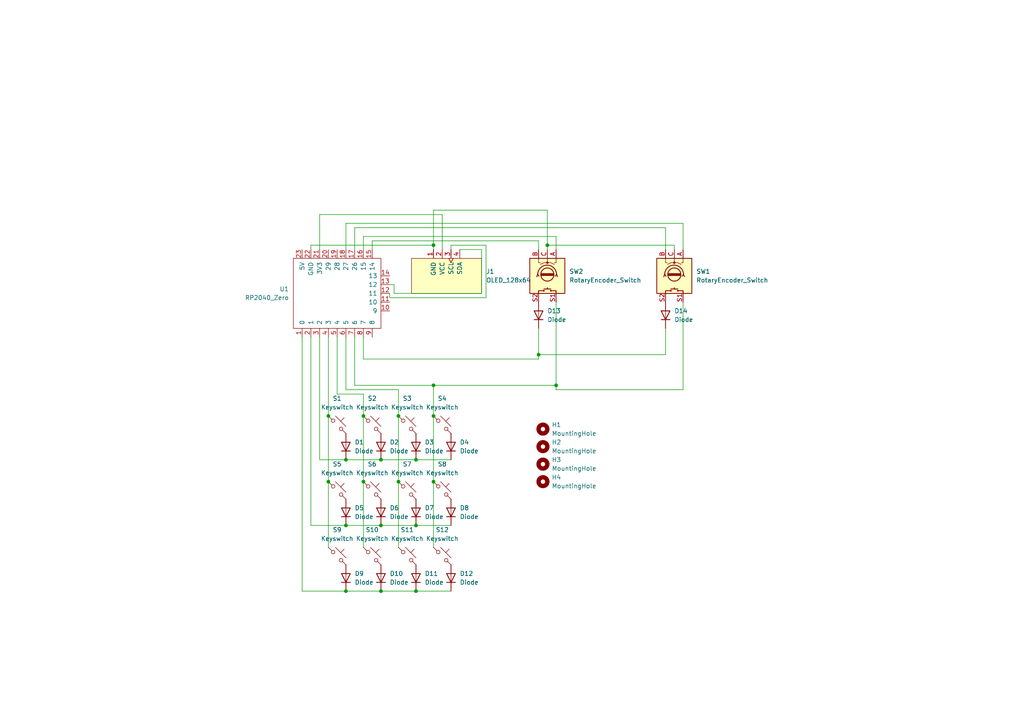
<source format=kicad_sch>
(kicad_sch
	(version 20231120)
	(generator "eeschema")
	(generator_version "8.0")
	(uuid "1541dac9-0b36-4b6a-b7ca-7506da0a1885")
	(paper "A4")
	(lib_symbols
		(symbol "Device:RotaryEncoder_Switch"
			(pin_names
				(offset 0.254) hide)
			(exclude_from_sim no)
			(in_bom yes)
			(on_board yes)
			(property "Reference" "SW"
				(at 0 6.604 0)
				(effects
					(font
						(size 1.27 1.27)
					)
				)
			)
			(property "Value" "RotaryEncoder_Switch"
				(at 0 -6.604 0)
				(effects
					(font
						(size 1.27 1.27)
					)
				)
			)
			(property "Footprint" ""
				(at -3.81 4.064 0)
				(effects
					(font
						(size 1.27 1.27)
					)
					(hide yes)
				)
			)
			(property "Datasheet" "~"
				(at 0 6.604 0)
				(effects
					(font
						(size 1.27 1.27)
					)
					(hide yes)
				)
			)
			(property "Description" "Rotary encoder, dual channel, incremental quadrate outputs, with switch"
				(at 0 0 0)
				(effects
					(font
						(size 1.27 1.27)
					)
					(hide yes)
				)
			)
			(property "ki_keywords" "rotary switch encoder switch push button"
				(at 0 0 0)
				(effects
					(font
						(size 1.27 1.27)
					)
					(hide yes)
				)
			)
			(property "ki_fp_filters" "RotaryEncoder*Switch*"
				(at 0 0 0)
				(effects
					(font
						(size 1.27 1.27)
					)
					(hide yes)
				)
			)
			(symbol "RotaryEncoder_Switch_0_1"
				(rectangle
					(start -5.08 5.08)
					(end 5.08 -5.08)
					(stroke
						(width 0.254)
						(type default)
					)
					(fill
						(type background)
					)
				)
				(circle
					(center -3.81 0)
					(radius 0.254)
					(stroke
						(width 0)
						(type default)
					)
					(fill
						(type outline)
					)
				)
				(circle
					(center -0.381 0)
					(radius 1.905)
					(stroke
						(width 0.254)
						(type default)
					)
					(fill
						(type none)
					)
				)
				(arc
					(start -0.381 2.667)
					(mid -3.0988 -0.0635)
					(end -0.381 -2.794)
					(stroke
						(width 0.254)
						(type default)
					)
					(fill
						(type none)
					)
				)
				(polyline
					(pts
						(xy -0.635 -1.778) (xy -0.635 1.778)
					)
					(stroke
						(width 0.254)
						(type default)
					)
					(fill
						(type none)
					)
				)
				(polyline
					(pts
						(xy -0.381 -1.778) (xy -0.381 1.778)
					)
					(stroke
						(width 0.254)
						(type default)
					)
					(fill
						(type none)
					)
				)
				(polyline
					(pts
						(xy -0.127 1.778) (xy -0.127 -1.778)
					)
					(stroke
						(width 0.254)
						(type default)
					)
					(fill
						(type none)
					)
				)
				(polyline
					(pts
						(xy 3.81 0) (xy 3.429 0)
					)
					(stroke
						(width 0.254)
						(type default)
					)
					(fill
						(type none)
					)
				)
				(polyline
					(pts
						(xy 3.81 1.016) (xy 3.81 -1.016)
					)
					(stroke
						(width 0.254)
						(type default)
					)
					(fill
						(type none)
					)
				)
				(polyline
					(pts
						(xy -5.08 -2.54) (xy -3.81 -2.54) (xy -3.81 -2.032)
					)
					(stroke
						(width 0)
						(type default)
					)
					(fill
						(type none)
					)
				)
				(polyline
					(pts
						(xy -5.08 2.54) (xy -3.81 2.54) (xy -3.81 2.032)
					)
					(stroke
						(width 0)
						(type default)
					)
					(fill
						(type none)
					)
				)
				(polyline
					(pts
						(xy 0.254 -3.048) (xy -0.508 -2.794) (xy 0.127 -2.413)
					)
					(stroke
						(width 0.254)
						(type default)
					)
					(fill
						(type none)
					)
				)
				(polyline
					(pts
						(xy 0.254 2.921) (xy -0.508 2.667) (xy 0.127 2.286)
					)
					(stroke
						(width 0.254)
						(type default)
					)
					(fill
						(type none)
					)
				)
				(polyline
					(pts
						(xy 5.08 -2.54) (xy 4.318 -2.54) (xy 4.318 -1.016)
					)
					(stroke
						(width 0.254)
						(type default)
					)
					(fill
						(type none)
					)
				)
				(polyline
					(pts
						(xy 5.08 2.54) (xy 4.318 2.54) (xy 4.318 1.016)
					)
					(stroke
						(width 0.254)
						(type default)
					)
					(fill
						(type none)
					)
				)
				(polyline
					(pts
						(xy -5.08 0) (xy -3.81 0) (xy -3.81 -1.016) (xy -3.302 -2.032)
					)
					(stroke
						(width 0)
						(type default)
					)
					(fill
						(type none)
					)
				)
				(polyline
					(pts
						(xy -4.318 0) (xy -3.81 0) (xy -3.81 1.016) (xy -3.302 2.032)
					)
					(stroke
						(width 0)
						(type default)
					)
					(fill
						(type none)
					)
				)
				(circle
					(center 4.318 -1.016)
					(radius 0.127)
					(stroke
						(width 0.254)
						(type default)
					)
					(fill
						(type none)
					)
				)
				(circle
					(center 4.318 1.016)
					(radius 0.127)
					(stroke
						(width 0.254)
						(type default)
					)
					(fill
						(type none)
					)
				)
			)
			(symbol "RotaryEncoder_Switch_1_1"
				(pin passive line
					(at -7.62 2.54 0)
					(length 2.54)
					(name "A"
						(effects
							(font
								(size 1.27 1.27)
							)
						)
					)
					(number "A"
						(effects
							(font
								(size 1.27 1.27)
							)
						)
					)
				)
				(pin passive line
					(at -7.62 -2.54 0)
					(length 2.54)
					(name "B"
						(effects
							(font
								(size 1.27 1.27)
							)
						)
					)
					(number "B"
						(effects
							(font
								(size 1.27 1.27)
							)
						)
					)
				)
				(pin passive line
					(at -7.62 0 0)
					(length 2.54)
					(name "C"
						(effects
							(font
								(size 1.27 1.27)
							)
						)
					)
					(number "C"
						(effects
							(font
								(size 1.27 1.27)
							)
						)
					)
				)
				(pin passive line
					(at 7.62 2.54 180)
					(length 2.54)
					(name "S1"
						(effects
							(font
								(size 1.27 1.27)
							)
						)
					)
					(number "S1"
						(effects
							(font
								(size 1.27 1.27)
							)
						)
					)
				)
				(pin passive line
					(at 7.62 -2.54 180)
					(length 2.54)
					(name "S2"
						(effects
							(font
								(size 1.27 1.27)
							)
						)
					)
					(number "S2"
						(effects
							(font
								(size 1.27 1.27)
							)
						)
					)
				)
			)
		)
		(symbol "Mechanical:MountingHole"
			(pin_names
				(offset 1.016)
			)
			(exclude_from_sim no)
			(in_bom yes)
			(on_board yes)
			(property "Reference" "H"
				(at 0 5.08 0)
				(effects
					(font
						(size 1.27 1.27)
					)
				)
			)
			(property "Value" "MountingHole"
				(at 0 3.175 0)
				(effects
					(font
						(size 1.27 1.27)
					)
				)
			)
			(property "Footprint" ""
				(at 0 0 0)
				(effects
					(font
						(size 1.27 1.27)
					)
					(hide yes)
				)
			)
			(property "Datasheet" "~"
				(at 0 0 0)
				(effects
					(font
						(size 1.27 1.27)
					)
					(hide yes)
				)
			)
			(property "Description" "Mounting Hole without connection"
				(at 0 0 0)
				(effects
					(font
						(size 1.27 1.27)
					)
					(hide yes)
				)
			)
			(property "ki_keywords" "mounting hole"
				(at 0 0 0)
				(effects
					(font
						(size 1.27 1.27)
					)
					(hide yes)
				)
			)
			(property "ki_fp_filters" "MountingHole*"
				(at 0 0 0)
				(effects
					(font
						(size 1.27 1.27)
					)
					(hide yes)
				)
			)
			(symbol "MountingHole_0_1"
				(circle
					(center 0 0)
					(radius 1.27)
					(stroke
						(width 1.27)
						(type default)
					)
					(fill
						(type none)
					)
				)
			)
		)
		(symbol "ScottoKeebs:MCU_RP2040_Zero"
			(pin_names
				(offset 1.016)
			)
			(exclude_from_sim no)
			(in_bom yes)
			(on_board yes)
			(property "Reference" "U"
				(at 0 15.24 0)
				(effects
					(font
						(size 1.27 1.27)
					)
				)
			)
			(property "Value" "RP2040_Zero"
				(at 0 12.7 0)
				(effects
					(font
						(size 1.27 1.27)
					)
				)
			)
			(property "Footprint" "ScottoKeebs_MCU:RP2040_Zero"
				(at -8.89 5.08 0)
				(effects
					(font
						(size 1.27 1.27)
					)
					(hide yes)
				)
			)
			(property "Datasheet" ""
				(at -8.89 5.08 0)
				(effects
					(font
						(size 1.27 1.27)
					)
					(hide yes)
				)
			)
			(property "Description" ""
				(at 0 0 0)
				(effects
					(font
						(size 1.27 1.27)
					)
					(hide yes)
				)
			)
			(symbol "MCU_RP2040_Zero_0_1"
				(rectangle
					(start -10.16 11.43)
					(end 10.16 -13.97)
					(stroke
						(width 0)
						(type default)
					)
					(fill
						(type none)
					)
				)
			)
			(symbol "MCU_RP2040_Zero_1_1"
				(pin bidirectional line
					(at 12.7 8.89 180)
					(length 2.54)
					(name "0"
						(effects
							(font
								(size 1.27 1.27)
							)
						)
					)
					(number "1"
						(effects
							(font
								(size 1.27 1.27)
							)
						)
					)
				)
				(pin bidirectional line
					(at 5.08 -16.51 90)
					(length 2.54)
					(name "9"
						(effects
							(font
								(size 1.27 1.27)
							)
						)
					)
					(number "10"
						(effects
							(font
								(size 1.27 1.27)
							)
						)
					)
				)
				(pin bidirectional line
					(at 2.54 -16.51 90)
					(length 2.54)
					(name "10"
						(effects
							(font
								(size 1.27 1.27)
							)
						)
					)
					(number "11"
						(effects
							(font
								(size 1.27 1.27)
							)
						)
					)
				)
				(pin bidirectional line
					(at 0 -16.51 90)
					(length 2.54)
					(name "11"
						(effects
							(font
								(size 1.27 1.27)
							)
						)
					)
					(number "12"
						(effects
							(font
								(size 1.27 1.27)
							)
						)
					)
				)
				(pin bidirectional line
					(at -2.54 -16.51 90)
					(length 2.54)
					(name "12"
						(effects
							(font
								(size 1.27 1.27)
							)
						)
					)
					(number "13"
						(effects
							(font
								(size 1.27 1.27)
							)
						)
					)
				)
				(pin bidirectional line
					(at -5.08 -16.51 90)
					(length 2.54)
					(name "13"
						(effects
							(font
								(size 1.27 1.27)
							)
						)
					)
					(number "14"
						(effects
							(font
								(size 1.27 1.27)
							)
						)
					)
				)
				(pin bidirectional line
					(at -12.7 -11.43 0)
					(length 2.54)
					(name "14"
						(effects
							(font
								(size 1.27 1.27)
							)
						)
					)
					(number "15"
						(effects
							(font
								(size 1.27 1.27)
							)
						)
					)
				)
				(pin bidirectional line
					(at -12.7 -8.89 0)
					(length 2.54)
					(name "15"
						(effects
							(font
								(size 1.27 1.27)
							)
						)
					)
					(number "16"
						(effects
							(font
								(size 1.27 1.27)
							)
						)
					)
				)
				(pin bidirectional line
					(at -12.7 -6.35 0)
					(length 2.54)
					(name "26"
						(effects
							(font
								(size 1.27 1.27)
							)
						)
					)
					(number "17"
						(effects
							(font
								(size 1.27 1.27)
							)
						)
					)
				)
				(pin bidirectional line
					(at -12.7 -3.81 0)
					(length 2.54)
					(name "27"
						(effects
							(font
								(size 1.27 1.27)
							)
						)
					)
					(number "18"
						(effects
							(font
								(size 1.27 1.27)
							)
						)
					)
				)
				(pin bidirectional line
					(at -12.7 -1.27 0)
					(length 2.54)
					(name "28"
						(effects
							(font
								(size 1.27 1.27)
							)
						)
					)
					(number "19"
						(effects
							(font
								(size 1.27 1.27)
							)
						)
					)
				)
				(pin bidirectional line
					(at 12.7 6.35 180)
					(length 2.54)
					(name "1"
						(effects
							(font
								(size 1.27 1.27)
							)
						)
					)
					(number "2"
						(effects
							(font
								(size 1.27 1.27)
							)
						)
					)
				)
				(pin bidirectional line
					(at -12.7 1.27 0)
					(length 2.54)
					(name "29"
						(effects
							(font
								(size 1.27 1.27)
							)
						)
					)
					(number "20"
						(effects
							(font
								(size 1.27 1.27)
							)
						)
					)
				)
				(pin power_out line
					(at -12.7 3.81 0)
					(length 2.54)
					(name "3V3"
						(effects
							(font
								(size 1.27 1.27)
							)
						)
					)
					(number "21"
						(effects
							(font
								(size 1.27 1.27)
							)
						)
					)
				)
				(pin power_out line
					(at -12.7 6.35 0)
					(length 2.54)
					(name "GND"
						(effects
							(font
								(size 1.27 1.27)
							)
						)
					)
					(number "22"
						(effects
							(font
								(size 1.27 1.27)
							)
						)
					)
				)
				(pin power_out line
					(at -12.7 8.89 0)
					(length 2.54)
					(name "5V"
						(effects
							(font
								(size 1.27 1.27)
							)
						)
					)
					(number "23"
						(effects
							(font
								(size 1.27 1.27)
							)
						)
					)
				)
				(pin bidirectional line
					(at 12.7 3.81 180)
					(length 2.54)
					(name "2"
						(effects
							(font
								(size 1.27 1.27)
							)
						)
					)
					(number "3"
						(effects
							(font
								(size 1.27 1.27)
							)
						)
					)
				)
				(pin bidirectional line
					(at 12.7 1.27 180)
					(length 2.54)
					(name "3"
						(effects
							(font
								(size 1.27 1.27)
							)
						)
					)
					(number "4"
						(effects
							(font
								(size 1.27 1.27)
							)
						)
					)
				)
				(pin bidirectional line
					(at 12.7 -1.27 180)
					(length 2.54)
					(name "4"
						(effects
							(font
								(size 1.27 1.27)
							)
						)
					)
					(number "5"
						(effects
							(font
								(size 1.27 1.27)
							)
						)
					)
				)
				(pin bidirectional line
					(at 12.7 -3.81 180)
					(length 2.54)
					(name "5"
						(effects
							(font
								(size 1.27 1.27)
							)
						)
					)
					(number "6"
						(effects
							(font
								(size 1.27 1.27)
							)
						)
					)
				)
				(pin bidirectional line
					(at 12.7 -6.35 180)
					(length 2.54)
					(name "6"
						(effects
							(font
								(size 1.27 1.27)
							)
						)
					)
					(number "7"
						(effects
							(font
								(size 1.27 1.27)
							)
						)
					)
				)
				(pin bidirectional line
					(at 12.7 -8.89 180)
					(length 2.54)
					(name "7"
						(effects
							(font
								(size 1.27 1.27)
							)
						)
					)
					(number "8"
						(effects
							(font
								(size 1.27 1.27)
							)
						)
					)
				)
				(pin bidirectional line
					(at 12.7 -11.43 180)
					(length 2.54)
					(name "8"
						(effects
							(font
								(size 1.27 1.27)
							)
						)
					)
					(number "9"
						(effects
							(font
								(size 1.27 1.27)
							)
						)
					)
				)
			)
		)
		(symbol "ScottoKeebs:OLED_128x64"
			(pin_names
				(offset 1.016)
			)
			(exclude_from_sim no)
			(in_bom yes)
			(on_board yes)
			(property "Reference" "J"
				(at 0 -11.43 0)
				(effects
					(font
						(size 1.27 1.27)
					)
				)
			)
			(property "Value" "OLED_128x64"
				(at 0 -7.62 0)
				(effects
					(font
						(size 1.27 1.27)
					)
				)
			)
			(property "Footprint" "ScottoKeebs_Components:OLED_128x64"
				(at 0 -13.97 0)
				(effects
					(font
						(size 1.27 1.27)
					)
					(hide yes)
				)
			)
			(property "Datasheet" ""
				(at 1.27 0 90)
				(effects
					(font
						(size 1.27 1.27)
					)
					(hide yes)
				)
			)
			(property "Description" ""
				(at 0 0 0)
				(effects
					(font
						(size 1.27 1.27)
					)
					(hide yes)
				)
			)
			(symbol "OLED_128x64_0_1"
				(rectangle
					(start 10.16 -10.16)
					(end -10.16 0)
					(stroke
						(width 0)
						(type default)
					)
					(fill
						(type background)
					)
				)
			)
			(symbol "OLED_128x64_1_1"
				(pin power_in line
					(at -3.81 2.54 270)
					(length 2.54)
					(name "GND"
						(effects
							(font
								(size 1.27 1.27)
							)
						)
					)
					(number "1"
						(effects
							(font
								(size 1.27 1.27)
							)
						)
					)
				)
				(pin power_in line
					(at -1.27 2.54 270)
					(length 2.54)
					(name "VCC"
						(effects
							(font
								(size 1.27 1.27)
							)
						)
					)
					(number "2"
						(effects
							(font
								(size 1.27 1.27)
							)
						)
					)
				)
				(pin input clock
					(at 1.27 2.54 270)
					(length 2.54)
					(name "SCL"
						(effects
							(font
								(size 1.27 1.27)
							)
						)
					)
					(number "3"
						(effects
							(font
								(size 1.27 1.27)
							)
						)
					)
				)
				(pin bidirectional line
					(at 3.81 2.54 270)
					(length 2.54)
					(name "SDA"
						(effects
							(font
								(size 1.27 1.27)
							)
						)
					)
					(number "4"
						(effects
							(font
								(size 1.27 1.27)
							)
						)
					)
				)
			)
		)
		(symbol "ScottoKeebs:Placeholder_Diode"
			(pin_numbers hide)
			(pin_names hide)
			(exclude_from_sim no)
			(in_bom yes)
			(on_board yes)
			(property "Reference" "D"
				(at 0 2.54 0)
				(effects
					(font
						(size 1.27 1.27)
					)
				)
			)
			(property "Value" "Diode"
				(at 0 -2.54 0)
				(effects
					(font
						(size 1.27 1.27)
					)
				)
			)
			(property "Footprint" ""
				(at 0 0 0)
				(effects
					(font
						(size 1.27 1.27)
					)
					(hide yes)
				)
			)
			(property "Datasheet" ""
				(at 0 0 0)
				(effects
					(font
						(size 1.27 1.27)
					)
					(hide yes)
				)
			)
			(property "Description" "1N4148 (DO-35) or 1N4148W (SOD-123)"
				(at 0 0 0)
				(effects
					(font
						(size 1.27 1.27)
					)
					(hide yes)
				)
			)
			(property "Sim.Device" "D"
				(at 0 0 0)
				(effects
					(font
						(size 1.27 1.27)
					)
					(hide yes)
				)
			)
			(property "Sim.Pins" "1=K 2=A"
				(at 0 0 0)
				(effects
					(font
						(size 1.27 1.27)
					)
					(hide yes)
				)
			)
			(property "ki_keywords" "diode"
				(at 0 0 0)
				(effects
					(font
						(size 1.27 1.27)
					)
					(hide yes)
				)
			)
			(property "ki_fp_filters" "D*DO?35*"
				(at 0 0 0)
				(effects
					(font
						(size 1.27 1.27)
					)
					(hide yes)
				)
			)
			(symbol "Placeholder_Diode_0_1"
				(polyline
					(pts
						(xy -1.27 1.27) (xy -1.27 -1.27)
					)
					(stroke
						(width 0.254)
						(type default)
					)
					(fill
						(type none)
					)
				)
				(polyline
					(pts
						(xy 1.27 0) (xy -1.27 0)
					)
					(stroke
						(width 0)
						(type default)
					)
					(fill
						(type none)
					)
				)
				(polyline
					(pts
						(xy 1.27 1.27) (xy 1.27 -1.27) (xy -1.27 0) (xy 1.27 1.27)
					)
					(stroke
						(width 0.254)
						(type default)
					)
					(fill
						(type none)
					)
				)
			)
			(symbol "Placeholder_Diode_1_1"
				(pin passive line
					(at -3.81 0 0)
					(length 2.54)
					(name "K"
						(effects
							(font
								(size 1.27 1.27)
							)
						)
					)
					(number "1"
						(effects
							(font
								(size 1.27 1.27)
							)
						)
					)
				)
				(pin passive line
					(at 3.81 0 180)
					(length 2.54)
					(name "A"
						(effects
							(font
								(size 1.27 1.27)
							)
						)
					)
					(number "2"
						(effects
							(font
								(size 1.27 1.27)
							)
						)
					)
				)
			)
		)
		(symbol "ScottoKeebs:Placeholder_Keyswitch"
			(pin_numbers hide)
			(pin_names
				(offset 1.016) hide)
			(exclude_from_sim no)
			(in_bom yes)
			(on_board yes)
			(property "Reference" "S"
				(at 3.048 1.016 0)
				(effects
					(font
						(size 1.27 1.27)
					)
					(justify left)
				)
			)
			(property "Value" "Keyswitch"
				(at 0 -3.81 0)
				(effects
					(font
						(size 1.27 1.27)
					)
				)
			)
			(property "Footprint" ""
				(at 0 0 0)
				(effects
					(font
						(size 1.27 1.27)
					)
					(hide yes)
				)
			)
			(property "Datasheet" "~"
				(at 0 0 0)
				(effects
					(font
						(size 1.27 1.27)
					)
					(hide yes)
				)
			)
			(property "Description" "Push button switch, normally open, two pins, 45° tilted"
				(at 0 0 0)
				(effects
					(font
						(size 1.27 1.27)
					)
					(hide yes)
				)
			)
			(property "ki_keywords" "switch normally-open pushbutton push-button"
				(at 0 0 0)
				(effects
					(font
						(size 1.27 1.27)
					)
					(hide yes)
				)
			)
			(symbol "Placeholder_Keyswitch_0_1"
				(circle
					(center -1.1684 1.1684)
					(radius 0.508)
					(stroke
						(width 0)
						(type default)
					)
					(fill
						(type none)
					)
				)
				(polyline
					(pts
						(xy -0.508 2.54) (xy 2.54 -0.508)
					)
					(stroke
						(width 0)
						(type default)
					)
					(fill
						(type none)
					)
				)
				(polyline
					(pts
						(xy 1.016 1.016) (xy 2.032 2.032)
					)
					(stroke
						(width 0)
						(type default)
					)
					(fill
						(type none)
					)
				)
				(polyline
					(pts
						(xy -2.54 2.54) (xy -1.524 1.524) (xy -1.524 1.524)
					)
					(stroke
						(width 0)
						(type default)
					)
					(fill
						(type none)
					)
				)
				(polyline
					(pts
						(xy 1.524 -1.524) (xy 2.54 -2.54) (xy 2.54 -2.54) (xy 2.54 -2.54)
					)
					(stroke
						(width 0)
						(type default)
					)
					(fill
						(type none)
					)
				)
				(circle
					(center 1.143 -1.1938)
					(radius 0.508)
					(stroke
						(width 0)
						(type default)
					)
					(fill
						(type none)
					)
				)
				(pin passive line
					(at -2.54 2.54 0)
					(length 0)
					(name "1"
						(effects
							(font
								(size 1.27 1.27)
							)
						)
					)
					(number "1"
						(effects
							(font
								(size 1.27 1.27)
							)
						)
					)
				)
				(pin passive line
					(at 2.54 -2.54 180)
					(length 0)
					(name "2"
						(effects
							(font
								(size 1.27 1.27)
							)
						)
					)
					(number "2"
						(effects
							(font
								(size 1.27 1.27)
							)
						)
					)
				)
			)
		)
	)
	(junction
		(at 95.25 139.7)
		(diameter 0)
		(color 0 0 0 0)
		(uuid "051ffd96-aab9-42a9-b859-31b60257f93f")
	)
	(junction
		(at 110.49 152.4)
		(diameter 0)
		(color 0 0 0 0)
		(uuid "1160a835-5d93-418f-8bdc-e9c60a5d5381")
	)
	(junction
		(at 156.21 102.87)
		(diameter 0)
		(color 0 0 0 0)
		(uuid "1e30e3cf-bb77-4b27-93d8-6420dd471d52")
	)
	(junction
		(at 120.65 133.35)
		(diameter 0)
		(color 0 0 0 0)
		(uuid "23e15ef2-5571-4f2c-9274-ff6f3171ae23")
	)
	(junction
		(at 125.73 71.12)
		(diameter 0)
		(color 0 0 0 0)
		(uuid "465cd295-7603-4499-ad2a-9fda5cce3980")
	)
	(junction
		(at 161.29 111.76)
		(diameter 0)
		(color 0 0 0 0)
		(uuid "625c2aac-1ddd-43ec-82f9-fe57ad292e7b")
	)
	(junction
		(at 158.75 71.12)
		(diameter 0)
		(color 0 0 0 0)
		(uuid "67eda7e9-0839-49c3-96fa-947fd6a072c5")
	)
	(junction
		(at 105.41 139.7)
		(diameter 0)
		(color 0 0 0 0)
		(uuid "783f72eb-51eb-4fc6-88cb-2e1ca4b2204f")
	)
	(junction
		(at 120.65 171.45)
		(diameter 0)
		(color 0 0 0 0)
		(uuid "7bb3df71-94b6-4251-ad2c-185ecf1a4c1d")
	)
	(junction
		(at 125.73 111.76)
		(diameter 0)
		(color 0 0 0 0)
		(uuid "80dcfadd-031f-4196-ad0f-6763bf12bae3")
	)
	(junction
		(at 110.49 133.35)
		(diameter 0)
		(color 0 0 0 0)
		(uuid "81ae518f-ba23-45f3-bbf9-f2ec411d0bd1")
	)
	(junction
		(at 120.65 152.4)
		(diameter 0)
		(color 0 0 0 0)
		(uuid "86802346-6862-49ba-997c-4a1a516062c2")
	)
	(junction
		(at 115.57 120.65)
		(diameter 0)
		(color 0 0 0 0)
		(uuid "8d7b02aa-4d49-41b3-aa1e-3b208e17add3")
	)
	(junction
		(at 100.33 171.45)
		(diameter 0)
		(color 0 0 0 0)
		(uuid "8f952605-70f4-471e-b1ef-53c06a830714")
	)
	(junction
		(at 100.33 152.4)
		(diameter 0)
		(color 0 0 0 0)
		(uuid "a6b38491-7cdf-4fc9-95f1-475735eecd9b")
	)
	(junction
		(at 100.33 133.35)
		(diameter 0)
		(color 0 0 0 0)
		(uuid "a8ab9992-232d-4f4e-88a7-a636ec94af62")
	)
	(junction
		(at 115.57 139.7)
		(diameter 0)
		(color 0 0 0 0)
		(uuid "b6166898-8362-40b1-9943-e11735278e6f")
	)
	(junction
		(at 95.25 120.65)
		(diameter 0)
		(color 0 0 0 0)
		(uuid "b9a0167e-3b53-40ee-91a7-127145fa0690")
	)
	(junction
		(at 125.73 139.7)
		(diameter 0)
		(color 0 0 0 0)
		(uuid "c2eb3e44-0d76-4ae5-8cfb-248715d9a0ff")
	)
	(junction
		(at 125.73 120.65)
		(diameter 0)
		(color 0 0 0 0)
		(uuid "f3e19ea2-1458-48b5-be98-7d83d2703fd4")
	)
	(junction
		(at 110.49 171.45)
		(diameter 0)
		(color 0 0 0 0)
		(uuid "f703453c-8ec2-45d1-bc25-bfbb4801d201")
	)
	(junction
		(at 105.41 120.65)
		(diameter 0)
		(color 0 0 0 0)
		(uuid "fde52637-1982-491d-aa86-5d515ef8651f")
	)
	(wire
		(pts
			(xy 107.95 72.39) (xy 107.95 69.85)
		)
		(stroke
			(width 0)
			(type default)
		)
		(uuid "03519090-827d-409f-8036-e11ae85dcada")
	)
	(wire
		(pts
			(xy 139.7 85.09) (xy 114.3 85.09)
		)
		(stroke
			(width 0)
			(type default)
		)
		(uuid "039cfd25-5c02-46b3-89d0-36f7a9e82b51")
	)
	(wire
		(pts
			(xy 102.87 97.79) (xy 102.87 111.76)
		)
		(stroke
			(width 0)
			(type default)
		)
		(uuid "056f995b-9448-4cd7-b800-69b0cc3de999")
	)
	(wire
		(pts
			(xy 120.65 133.35) (xy 130.81 133.35)
		)
		(stroke
			(width 0)
			(type default)
		)
		(uuid "066700ff-7716-4f5a-8190-390410bef7d5")
	)
	(wire
		(pts
			(xy 115.57 139.7) (xy 115.57 158.75)
		)
		(stroke
			(width 0)
			(type default)
		)
		(uuid "0b86e926-724f-4151-a5f1-6752fb27d85b")
	)
	(wire
		(pts
			(xy 97.79 97.79) (xy 97.79 114.3)
		)
		(stroke
			(width 0)
			(type default)
		)
		(uuid "0cc5595f-f467-4724-b13d-1378b2c833dd")
	)
	(wire
		(pts
			(xy 100.33 72.39) (xy 100.33 64.77)
		)
		(stroke
			(width 0)
			(type default)
		)
		(uuid "109028f4-4434-4c60-aed0-b643c35025b9")
	)
	(wire
		(pts
			(xy 92.71 72.39) (xy 92.71 62.23)
		)
		(stroke
			(width 0)
			(type default)
		)
		(uuid "10fce19c-ea77-4652-a619-f27f7cdbc52f")
	)
	(wire
		(pts
			(xy 158.75 71.12) (xy 158.75 72.39)
		)
		(stroke
			(width 0)
			(type default)
		)
		(uuid "14b39340-56ed-44db-ad69-59beb9611ee4")
	)
	(wire
		(pts
			(xy 110.49 152.4) (xy 120.65 152.4)
		)
		(stroke
			(width 0)
			(type default)
		)
		(uuid "15f358a6-458f-4be6-bf9b-aa2dec973404")
	)
	(wire
		(pts
			(xy 90.17 72.39) (xy 90.17 71.12)
		)
		(stroke
			(width 0)
			(type default)
		)
		(uuid "1776f5a6-2a87-44ec-9cd9-c4e7ef9afecc")
	)
	(wire
		(pts
			(xy 139.7 85.09) (xy 139.7 72.39)
		)
		(stroke
			(width 0)
			(type default)
		)
		(uuid "1e175bd8-00a2-4b3d-b8ab-4023c8a17578")
	)
	(wire
		(pts
			(xy 125.73 111.76) (xy 125.73 120.65)
		)
		(stroke
			(width 0)
			(type default)
		)
		(uuid "1f17c3b4-f4e7-4a4d-ad67-f7c9fdd2ae06")
	)
	(wire
		(pts
			(xy 105.41 139.7) (xy 105.41 158.75)
		)
		(stroke
			(width 0)
			(type default)
		)
		(uuid "202d29d2-cf21-4978-bdc9-de0578bf829e")
	)
	(wire
		(pts
			(xy 100.33 64.77) (xy 198.12 64.77)
		)
		(stroke
			(width 0)
			(type default)
		)
		(uuid "237d6fb4-c0e7-4f37-af2d-052e3669d5bb")
	)
	(wire
		(pts
			(xy 100.33 113.03) (xy 115.57 113.03)
		)
		(stroke
			(width 0)
			(type default)
		)
		(uuid "2552df5f-0b30-4481-b705-46f914656b8a")
	)
	(wire
		(pts
			(xy 110.49 133.35) (xy 120.65 133.35)
		)
		(stroke
			(width 0)
			(type default)
		)
		(uuid "2556c22a-675c-4ea7-926a-872b5e9f1c87")
	)
	(wire
		(pts
			(xy 125.73 60.96) (xy 158.75 60.96)
		)
		(stroke
			(width 0)
			(type default)
		)
		(uuid "270abb67-eb26-422f-9e77-504b30bda862")
	)
	(wire
		(pts
			(xy 114.3 82.55) (xy 113.03 82.55)
		)
		(stroke
			(width 0)
			(type default)
		)
		(uuid "27e636a5-a066-4a3d-ac65-9c280160332f")
	)
	(wire
		(pts
			(xy 92.71 97.79) (xy 92.71 133.35)
		)
		(stroke
			(width 0)
			(type default)
		)
		(uuid "2bda4d0d-f234-4f33-b001-f98f9e296e3a")
	)
	(wire
		(pts
			(xy 125.73 71.12) (xy 125.73 60.96)
		)
		(stroke
			(width 0)
			(type default)
		)
		(uuid "2e2b1f44-b0a1-425f-94dc-08295971958a")
	)
	(wire
		(pts
			(xy 114.3 85.09) (xy 114.3 82.55)
		)
		(stroke
			(width 0)
			(type default)
		)
		(uuid "2f80e029-385b-4bbd-95a8-8fbb812a9364")
	)
	(wire
		(pts
			(xy 161.29 68.58) (xy 161.29 72.39)
		)
		(stroke
			(width 0)
			(type default)
		)
		(uuid "35e80e31-fcd8-434d-a6dd-714e1e4ede57")
	)
	(wire
		(pts
			(xy 105.41 72.39) (xy 105.41 68.58)
		)
		(stroke
			(width 0)
			(type default)
		)
		(uuid "398160bd-63b5-4d4b-a84d-bbc557ef8b91")
	)
	(wire
		(pts
			(xy 128.27 62.23) (xy 128.27 72.39)
		)
		(stroke
			(width 0)
			(type default)
		)
		(uuid "3ee3438d-1fb1-4aee-bcfe-fcb9cd54e241")
	)
	(wire
		(pts
			(xy 113.03 86.36) (xy 140.97 86.36)
		)
		(stroke
			(width 0)
			(type default)
		)
		(uuid "45130f41-c51f-47e4-ba5a-988653629b60")
	)
	(wire
		(pts
			(xy 140.97 86.36) (xy 140.97 71.12)
		)
		(stroke
			(width 0)
			(type default)
		)
		(uuid "46e3bfeb-298c-4976-ab00-7491c63b5bc4")
	)
	(wire
		(pts
			(xy 156.21 69.85) (xy 156.21 72.39)
		)
		(stroke
			(width 0)
			(type default)
		)
		(uuid "47db04d1-4f88-4d3b-8522-03a469f9e8b4")
	)
	(wire
		(pts
			(xy 130.81 71.12) (xy 130.81 72.39)
		)
		(stroke
			(width 0)
			(type default)
		)
		(uuid "4a950709-9928-47be-bc7c-d0803d7b1a54")
	)
	(wire
		(pts
			(xy 195.58 71.12) (xy 195.58 72.39)
		)
		(stroke
			(width 0)
			(type default)
		)
		(uuid "4b97a03d-40ed-4cde-bebb-f57c8a154e59")
	)
	(wire
		(pts
			(xy 105.41 114.3) (xy 105.41 120.65)
		)
		(stroke
			(width 0)
			(type default)
		)
		(uuid "4f896e28-cd64-47f3-89b9-ba5f5ce7603a")
	)
	(wire
		(pts
			(xy 158.75 60.96) (xy 158.75 71.12)
		)
		(stroke
			(width 0)
			(type default)
		)
		(uuid "5224b26c-3260-4ec8-b6b4-20c052a643de")
	)
	(wire
		(pts
			(xy 92.71 62.23) (xy 128.27 62.23)
		)
		(stroke
			(width 0)
			(type default)
		)
		(uuid "522add1a-874c-4d43-aa96-1d1fab419797")
	)
	(wire
		(pts
			(xy 105.41 68.58) (xy 161.29 68.58)
		)
		(stroke
			(width 0)
			(type default)
		)
		(uuid "615713d5-6820-4c59-ad1e-43aa048e888f")
	)
	(wire
		(pts
			(xy 105.41 104.14) (xy 156.21 104.14)
		)
		(stroke
			(width 0)
			(type default)
		)
		(uuid "64ccac79-1aab-4732-a896-33379d39fe08")
	)
	(wire
		(pts
			(xy 95.25 120.65) (xy 95.25 139.7)
		)
		(stroke
			(width 0)
			(type default)
		)
		(uuid "653f9bfa-7496-4940-9372-5af5207b2475")
	)
	(wire
		(pts
			(xy 90.17 152.4) (xy 100.33 152.4)
		)
		(stroke
			(width 0)
			(type default)
		)
		(uuid "656d2520-986e-473f-a4a7-fc844dd33c5c")
	)
	(wire
		(pts
			(xy 100.33 97.79) (xy 100.33 113.03)
		)
		(stroke
			(width 0)
			(type default)
		)
		(uuid "6ce14bb3-8920-4a01-8426-b905c1820368")
	)
	(wire
		(pts
			(xy 87.63 171.45) (xy 100.33 171.45)
		)
		(stroke
			(width 0)
			(type default)
		)
		(uuid "6e2b0ce3-2fe4-4c40-b0d0-d0fcef9781c6")
	)
	(wire
		(pts
			(xy 100.33 133.35) (xy 110.49 133.35)
		)
		(stroke
			(width 0)
			(type default)
		)
		(uuid "71a0c08d-7afa-41e3-a8e2-410a5a88d5cc")
	)
	(wire
		(pts
			(xy 120.65 171.45) (xy 130.81 171.45)
		)
		(stroke
			(width 0)
			(type default)
		)
		(uuid "728233b9-96a1-4b74-99bf-2279fffea737")
	)
	(wire
		(pts
			(xy 110.49 171.45) (xy 120.65 171.45)
		)
		(stroke
			(width 0)
			(type default)
		)
		(uuid "7c0474cb-1e28-4560-8566-e13af5d0e59e")
	)
	(wire
		(pts
			(xy 102.87 72.39) (xy 102.87 66.04)
		)
		(stroke
			(width 0)
			(type default)
		)
		(uuid "7cf6a885-4488-4973-9e48-172a9635d917")
	)
	(wire
		(pts
			(xy 102.87 66.04) (xy 193.04 66.04)
		)
		(stroke
			(width 0)
			(type default)
		)
		(uuid "834b7860-d707-4f08-8804-a74e7a279bd0")
	)
	(wire
		(pts
			(xy 198.12 64.77) (xy 198.12 72.39)
		)
		(stroke
			(width 0)
			(type default)
		)
		(uuid "8382dead-af6d-4289-8823-c49a3dece381")
	)
	(wire
		(pts
			(xy 156.21 102.87) (xy 156.21 95.25)
		)
		(stroke
			(width 0)
			(type default)
		)
		(uuid "838d91f6-b081-47ab-8dd4-88de93749576")
	)
	(wire
		(pts
			(xy 105.41 120.65) (xy 105.41 139.7)
		)
		(stroke
			(width 0)
			(type default)
		)
		(uuid "85be117c-3e6b-42f3-a5cf-16c74337f8cb")
	)
	(wire
		(pts
			(xy 125.73 71.12) (xy 125.73 72.39)
		)
		(stroke
			(width 0)
			(type default)
		)
		(uuid "89cbd355-07a8-4426-867c-0627becfbb80")
	)
	(wire
		(pts
			(xy 156.21 104.14) (xy 156.21 102.87)
		)
		(stroke
			(width 0)
			(type default)
		)
		(uuid "8cda6be6-cc18-4f59-8869-df821304e0fb")
	)
	(wire
		(pts
			(xy 100.33 171.45) (xy 110.49 171.45)
		)
		(stroke
			(width 0)
			(type default)
		)
		(uuid "924275ef-e875-4086-ad13-cc49e5a1ba80")
	)
	(wire
		(pts
			(xy 125.73 139.7) (xy 125.73 158.75)
		)
		(stroke
			(width 0)
			(type default)
		)
		(uuid "9403fbbb-89a6-4c84-839b-58ac56850837")
	)
	(wire
		(pts
			(xy 90.17 97.79) (xy 90.17 152.4)
		)
		(stroke
			(width 0)
			(type default)
		)
		(uuid "95e9f363-12d8-4579-ad56-2d90ae0864c9")
	)
	(wire
		(pts
			(xy 140.97 71.12) (xy 130.81 71.12)
		)
		(stroke
			(width 0)
			(type default)
		)
		(uuid "96daddc3-47ab-45dc-8a61-26a70bd53194")
	)
	(wire
		(pts
			(xy 92.71 133.35) (xy 100.33 133.35)
		)
		(stroke
			(width 0)
			(type default)
		)
		(uuid "98d8a5fe-9d54-434d-b8c7-40ea24966119")
	)
	(wire
		(pts
			(xy 87.63 97.79) (xy 87.63 171.45)
		)
		(stroke
			(width 0)
			(type default)
		)
		(uuid "99b3e472-bab5-4d00-a809-913be0983608")
	)
	(wire
		(pts
			(xy 158.75 71.12) (xy 195.58 71.12)
		)
		(stroke
			(width 0)
			(type default)
		)
		(uuid "9d92d8ff-d4c2-4e60-9de4-f6bd3ee9a04e")
	)
	(wire
		(pts
			(xy 125.73 120.65) (xy 125.73 139.7)
		)
		(stroke
			(width 0)
			(type default)
		)
		(uuid "a597b58c-5b01-40e5-8aa0-744900679781")
	)
	(wire
		(pts
			(xy 95.25 97.79) (xy 95.25 120.65)
		)
		(stroke
			(width 0)
			(type default)
		)
		(uuid "a5e27c06-9f42-4293-8ed5-6a15b07832f8")
	)
	(wire
		(pts
			(xy 139.7 72.39) (xy 133.35 72.39)
		)
		(stroke
			(width 0)
			(type default)
		)
		(uuid "a7bc2456-bb7b-43d6-907e-db4148125f23")
	)
	(wire
		(pts
			(xy 193.04 66.04) (xy 193.04 72.39)
		)
		(stroke
			(width 0)
			(type default)
		)
		(uuid "aab2252f-54ff-405b-b6c5-1749c9165080")
	)
	(wire
		(pts
			(xy 90.17 71.12) (xy 125.73 71.12)
		)
		(stroke
			(width 0)
			(type default)
		)
		(uuid "ab35b4b0-6124-46e4-bfed-2409d2d294aa")
	)
	(wire
		(pts
			(xy 102.87 111.76) (xy 125.73 111.76)
		)
		(stroke
			(width 0)
			(type default)
		)
		(uuid "afe363ec-346a-4656-8819-8c69097bb060")
	)
	(wire
		(pts
			(xy 115.57 113.03) (xy 115.57 120.65)
		)
		(stroke
			(width 0)
			(type default)
		)
		(uuid "bcc3bf95-01c1-482b-a95c-77023f8185c1")
	)
	(wire
		(pts
			(xy 107.95 69.85) (xy 156.21 69.85)
		)
		(stroke
			(width 0)
			(type default)
		)
		(uuid "bd667fdd-e09b-45ac-8eb3-fbabd05dd7ed")
	)
	(wire
		(pts
			(xy 115.57 120.65) (xy 115.57 139.7)
		)
		(stroke
			(width 0)
			(type default)
		)
		(uuid "c0021c87-9030-462b-b304-6551135d1641")
	)
	(wire
		(pts
			(xy 95.25 139.7) (xy 95.25 158.75)
		)
		(stroke
			(width 0)
			(type default)
		)
		(uuid "c1ab8d2d-d99c-421f-a44d-cfa97840f801")
	)
	(wire
		(pts
			(xy 125.73 111.76) (xy 161.29 111.76)
		)
		(stroke
			(width 0)
			(type default)
		)
		(uuid "c3df0047-4922-4801-983c-2b7ace2c3135")
	)
	(wire
		(pts
			(xy 120.65 152.4) (xy 130.81 152.4)
		)
		(stroke
			(width 0)
			(type default)
		)
		(uuid "c8f2bcc4-b83b-4596-a30e-3cdd6c0447d7")
	)
	(wire
		(pts
			(xy 97.79 114.3) (xy 105.41 114.3)
		)
		(stroke
			(width 0)
			(type default)
		)
		(uuid "ca10b6ad-2049-4b76-b74c-8a24f3dd5d5b")
	)
	(wire
		(pts
			(xy 161.29 111.76) (xy 161.29 113.03)
		)
		(stroke
			(width 0)
			(type default)
		)
		(uuid "cdd07710-7269-4d4f-a085-d27f98286618")
	)
	(wire
		(pts
			(xy 156.21 102.87) (xy 193.04 102.87)
		)
		(stroke
			(width 0)
			(type default)
		)
		(uuid "d9547cda-c1cd-449d-a0a1-65116fe9b73f")
	)
	(wire
		(pts
			(xy 105.41 97.79) (xy 105.41 104.14)
		)
		(stroke
			(width 0)
			(type default)
		)
		(uuid "e121502c-95b6-49e8-a7c1-11624b2466c3")
	)
	(wire
		(pts
			(xy 113.03 86.36) (xy 113.03 85.09)
		)
		(stroke
			(width 0)
			(type default)
		)
		(uuid "e24a0426-bd43-4bf8-bf00-5adf0a21be40")
	)
	(wire
		(pts
			(xy 100.33 152.4) (xy 110.49 152.4)
		)
		(stroke
			(width 0)
			(type default)
		)
		(uuid "e41bb693-b65a-4e3f-a7cf-95e2bff0acaf")
	)
	(wire
		(pts
			(xy 161.29 87.63) (xy 161.29 111.76)
		)
		(stroke
			(width 0)
			(type default)
		)
		(uuid "ea483f39-6e38-4d1d-a82f-1410d49ba9cc")
	)
	(wire
		(pts
			(xy 198.12 113.03) (xy 198.12 87.63)
		)
		(stroke
			(width 0)
			(type default)
		)
		(uuid "eeb65c5e-ccaa-49c8-8dd2-81db5996a6a5")
	)
	(wire
		(pts
			(xy 193.04 95.25) (xy 193.04 102.87)
		)
		(stroke
			(width 0)
			(type default)
		)
		(uuid "f547ab0f-5486-4abe-901d-a1adca3670c3")
	)
	(wire
		(pts
			(xy 161.29 113.03) (xy 198.12 113.03)
		)
		(stroke
			(width 0)
			(type default)
		)
		(uuid "ffd12b78-ba94-4646-b52b-df4cfdb59462")
	)
	(symbol
		(lib_id "ScottoKeebs:Placeholder_Keyswitch")
		(at 97.79 142.24 0)
		(unit 1)
		(exclude_from_sim no)
		(in_bom yes)
		(on_board yes)
		(dnp no)
		(fields_autoplaced yes)
		(uuid "2f3e4ef3-fefa-449f-be9d-d842b7fea6b3")
		(property "Reference" "S5"
			(at 97.79 134.62 0)
			(effects
				(font
					(size 1.27 1.27)
				)
			)
		)
		(property "Value" "Keyswitch"
			(at 97.79 137.16 0)
			(effects
				(font
					(size 1.27 1.27)
				)
			)
		)
		(property "Footprint" "ScottoKeebs_Hotswap:Hotswap_MX_1.00u"
			(at 97.79 142.24 0)
			(effects
				(font
					(size 1.27 1.27)
				)
				(hide yes)
			)
		)
		(property "Datasheet" "~"
			(at 97.79 142.24 0)
			(effects
				(font
					(size 1.27 1.27)
				)
				(hide yes)
			)
		)
		(property "Description" "Push button switch, normally open, two pins, 45° tilted"
			(at 97.79 142.24 0)
			(effects
				(font
					(size 1.27 1.27)
				)
				(hide yes)
			)
		)
		(pin "1"
			(uuid "65a0be29-f74e-4860-90b5-51293d9427df")
		)
		(pin "2"
			(uuid "e407e12f-756b-4434-8ec0-db6c7349c4f5")
		)
		(instances
			(project "Macropad v0"
				(path "/1541dac9-0b36-4b6a-b7ca-7506da0a1885"
					(reference "S5")
					(unit 1)
				)
			)
		)
	)
	(symbol
		(lib_id "Device:RotaryEncoder_Switch")
		(at 158.75 80.01 270)
		(unit 1)
		(exclude_from_sim no)
		(in_bom yes)
		(on_board yes)
		(dnp no)
		(fields_autoplaced yes)
		(uuid "35c90c31-2ac2-4eac-ae68-c005dca530c9")
		(property "Reference" "SW2"
			(at 165.1 78.7399 90)
			(effects
				(font
					(size 1.27 1.27)
				)
				(justify left)
			)
		)
		(property "Value" "RotaryEncoder_Switch"
			(at 165.1 81.2799 90)
			(effects
				(font
					(size 1.27 1.27)
				)
				(justify left)
			)
		)
		(property "Footprint" "Rotary_Encoder:RotaryEncoder_Alps_EC11E-Switch_Vertical_H20mm"
			(at 162.814 76.2 0)
			(effects
				(font
					(size 1.27 1.27)
				)
				(hide yes)
			)
		)
		(property "Datasheet" "~"
			(at 165.354 80.01 0)
			(effects
				(font
					(size 1.27 1.27)
				)
				(hide yes)
			)
		)
		(property "Description" "Rotary encoder, dual channel, incremental quadrate outputs, with switch"
			(at 158.75 80.01 0)
			(effects
				(font
					(size 1.27 1.27)
				)
				(hide yes)
			)
		)
		(pin "B"
			(uuid "a520a31b-a86d-4243-907c-b99411c028d2")
		)
		(pin "S1"
			(uuid "24c8d53a-083a-495e-80b8-4794ef92a8b6")
		)
		(pin "A"
			(uuid "2d87301d-573a-4169-94fb-4b0a0c101fa8")
		)
		(pin "C"
			(uuid "873239e2-dcd0-43be-a3a2-c6f6cc48ca9b")
		)
		(pin "S2"
			(uuid "c91a2496-ef3c-4c6a-91be-aa925b99aab2")
		)
		(instances
			(project "Macropad v0"
				(path "/1541dac9-0b36-4b6a-b7ca-7506da0a1885"
					(reference "SW2")
					(unit 1)
				)
			)
		)
	)
	(symbol
		(lib_id "Mechanical:MountingHole")
		(at 157.48 134.62 0)
		(unit 1)
		(exclude_from_sim no)
		(in_bom yes)
		(on_board yes)
		(dnp no)
		(fields_autoplaced yes)
		(uuid "388fac6e-2680-44ee-838c-ce8e91d55406")
		(property "Reference" "H3"
			(at 160.02 133.3499 0)
			(effects
				(font
					(size 1.27 1.27)
				)
				(justify left)
			)
		)
		(property "Value" "MountingHole"
			(at 160.02 135.8899 0)
			(effects
				(font
					(size 1.27 1.27)
				)
				(justify left)
			)
		)
		(property "Footprint" "MountingHole:MountingHole_2.2mm_M2"
			(at 157.48 134.62 0)
			(effects
				(font
					(size 1.27 1.27)
				)
				(hide yes)
			)
		)
		(property "Datasheet" "~"
			(at 157.48 134.62 0)
			(effects
				(font
					(size 1.27 1.27)
				)
				(hide yes)
			)
		)
		(property "Description" "Mounting Hole without connection"
			(at 157.48 134.62 0)
			(effects
				(font
					(size 1.27 1.27)
				)
				(hide yes)
			)
		)
		(instances
			(project "Macropad v0"
				(path "/1541dac9-0b36-4b6a-b7ca-7506da0a1885"
					(reference "H3")
					(unit 1)
				)
			)
		)
	)
	(symbol
		(lib_id "Device:RotaryEncoder_Switch")
		(at 195.58 80.01 270)
		(unit 1)
		(exclude_from_sim no)
		(in_bom yes)
		(on_board yes)
		(dnp no)
		(fields_autoplaced yes)
		(uuid "38be5586-acc5-426f-bc5a-91317a738e2e")
		(property "Reference" "SW1"
			(at 201.93 78.7399 90)
			(effects
				(font
					(size 1.27 1.27)
				)
				(justify left)
			)
		)
		(property "Value" "RotaryEncoder_Switch"
			(at 201.93 81.2799 90)
			(effects
				(font
					(size 1.27 1.27)
				)
				(justify left)
			)
		)
		(property "Footprint" "Rotary_Encoder:RotaryEncoder_Alps_EC11E-Switch_Vertical_H20mm"
			(at 199.644 76.2 0)
			(effects
				(font
					(size 1.27 1.27)
				)
				(hide yes)
			)
		)
		(property "Datasheet" "~"
			(at 202.184 80.01 0)
			(effects
				(font
					(size 1.27 1.27)
				)
				(hide yes)
			)
		)
		(property "Description" "Rotary encoder, dual channel, incremental quadrate outputs, with switch"
			(at 195.58 80.01 0)
			(effects
				(font
					(size 1.27 1.27)
				)
				(hide yes)
			)
		)
		(pin "B"
			(uuid "a520a31b-a86d-4243-907c-b99411c028d3")
		)
		(pin "S1"
			(uuid "24c8d53a-083a-495e-80b8-4794ef92a8b7")
		)
		(pin "A"
			(uuid "2d87301d-573a-4169-94fb-4b0a0c101fa9")
		)
		(pin "C"
			(uuid "873239e2-dcd0-43be-a3a2-c6f6cc48ca9c")
		)
		(pin "S2"
			(uuid "c91a2496-ef3c-4c6a-91be-aa925b99aab3")
		)
		(instances
			(project "Macropad v0"
				(path "/1541dac9-0b36-4b6a-b7ca-7506da0a1885"
					(reference "SW1")
					(unit 1)
				)
			)
		)
	)
	(symbol
		(lib_id "ScottoKeebs:Placeholder_Diode")
		(at 120.65 129.54 90)
		(unit 1)
		(exclude_from_sim no)
		(in_bom yes)
		(on_board yes)
		(dnp no)
		(fields_autoplaced yes)
		(uuid "483a5832-96db-45dc-aafa-b201ecaa226e")
		(property "Reference" "D3"
			(at 123.19 128.2699 90)
			(effects
				(font
					(size 1.27 1.27)
				)
				(justify right)
			)
		)
		(property "Value" "Diode"
			(at 123.19 130.8099 90)
			(effects
				(font
					(size 1.27 1.27)
				)
				(justify right)
			)
		)
		(property "Footprint" "ScottoKeebs_Components:Diode_DO-35"
			(at 120.65 129.54 0)
			(effects
				(font
					(size 1.27 1.27)
				)
				(hide yes)
			)
		)
		(property "Datasheet" ""
			(at 120.65 129.54 0)
			(effects
				(font
					(size 1.27 1.27)
				)
				(hide yes)
			)
		)
		(property "Description" "1N4148 (DO-35) or 1N4148W (SOD-123)"
			(at 120.65 129.54 0)
			(effects
				(font
					(size 1.27 1.27)
				)
				(hide yes)
			)
		)
		(property "Sim.Device" "D"
			(at 120.65 129.54 0)
			(effects
				(font
					(size 1.27 1.27)
				)
				(hide yes)
			)
		)
		(property "Sim.Pins" "1=K 2=A"
			(at 120.65 129.54 0)
			(effects
				(font
					(size 1.27 1.27)
				)
				(hide yes)
			)
		)
		(pin "2"
			(uuid "48f3d524-3094-4467-b8fe-79ddbdc5239a")
		)
		(pin "1"
			(uuid "f81dbdc3-c5f5-4df2-901e-5b5fbd02a85b")
		)
		(instances
			(project "Macropad v0"
				(path "/1541dac9-0b36-4b6a-b7ca-7506da0a1885"
					(reference "D3")
					(unit 1)
				)
			)
		)
	)
	(symbol
		(lib_id "Mechanical:MountingHole")
		(at 157.48 124.46 0)
		(unit 1)
		(exclude_from_sim no)
		(in_bom yes)
		(on_board yes)
		(dnp no)
		(fields_autoplaced yes)
		(uuid "4a49415d-32a2-499a-8598-7754c9a3a180")
		(property "Reference" "H1"
			(at 160.02 123.1899 0)
			(effects
				(font
					(size 1.27 1.27)
				)
				(justify left)
			)
		)
		(property "Value" "MountingHole"
			(at 160.02 125.7299 0)
			(effects
				(font
					(size 1.27 1.27)
				)
				(justify left)
			)
		)
		(property "Footprint" "MountingHole:MountingHole_2.2mm_M2"
			(at 157.48 124.46 0)
			(effects
				(font
					(size 1.27 1.27)
				)
				(hide yes)
			)
		)
		(property "Datasheet" "~"
			(at 157.48 124.46 0)
			(effects
				(font
					(size 1.27 1.27)
				)
				(hide yes)
			)
		)
		(property "Description" "Mounting Hole without connection"
			(at 157.48 124.46 0)
			(effects
				(font
					(size 1.27 1.27)
				)
				(hide yes)
			)
		)
		(instances
			(project "Macropad v0"
				(path "/1541dac9-0b36-4b6a-b7ca-7506da0a1885"
					(reference "H1")
					(unit 1)
				)
			)
		)
	)
	(symbol
		(lib_id "ScottoKeebs:Placeholder_Keyswitch")
		(at 107.95 142.24 0)
		(unit 1)
		(exclude_from_sim no)
		(in_bom yes)
		(on_board yes)
		(dnp no)
		(fields_autoplaced yes)
		(uuid "4c36dfc9-e225-46a5-b146-48ebe495c826")
		(property "Reference" "S6"
			(at 107.95 134.62 0)
			(effects
				(font
					(size 1.27 1.27)
				)
			)
		)
		(property "Value" "Keyswitch"
			(at 107.95 137.16 0)
			(effects
				(font
					(size 1.27 1.27)
				)
			)
		)
		(property "Footprint" "ScottoKeebs_Hotswap:Hotswap_MX_1.00u"
			(at 107.95 142.24 0)
			(effects
				(font
					(size 1.27 1.27)
				)
				(hide yes)
			)
		)
		(property "Datasheet" "~"
			(at 107.95 142.24 0)
			(effects
				(font
					(size 1.27 1.27)
				)
				(hide yes)
			)
		)
		(property "Description" "Push button switch, normally open, two pins, 45° tilted"
			(at 107.95 142.24 0)
			(effects
				(font
					(size 1.27 1.27)
				)
				(hide yes)
			)
		)
		(pin "1"
			(uuid "62981d68-183d-430d-a8a4-4d2bba755569")
		)
		(pin "2"
			(uuid "1367c8a6-772b-41e4-85e7-7cd6ad830a39")
		)
		(instances
			(project "Macropad v0"
				(path "/1541dac9-0b36-4b6a-b7ca-7506da0a1885"
					(reference "S6")
					(unit 1)
				)
			)
		)
	)
	(symbol
		(lib_id "ScottoKeebs:MCU_RP2040_Zero")
		(at 96.52 85.09 90)
		(mirror x)
		(unit 1)
		(exclude_from_sim no)
		(in_bom yes)
		(on_board yes)
		(dnp no)
		(fields_autoplaced yes)
		(uuid "63842ef9-6e8e-4ec8-a4e1-c67a6ce75d17")
		(property "Reference" "U1"
			(at 83.82 83.8199 90)
			(effects
				(font
					(size 1.27 1.27)
				)
				(justify left)
			)
		)
		(property "Value" "RP2040_Zero"
			(at 83.82 86.3599 90)
			(effects
				(font
					(size 1.27 1.27)
				)
				(justify left)
			)
		)
		(property "Footprint" "ScottoKeebs_MCU:RP2040_Zero"
			(at 91.44 76.2 0)
			(effects
				(font
					(size 1.27 1.27)
				)
				(hide yes)
			)
		)
		(property "Datasheet" ""
			(at 91.44 76.2 0)
			(effects
				(font
					(size 1.27 1.27)
				)
				(hide yes)
			)
		)
		(property "Description" ""
			(at 96.52 85.09 0)
			(effects
				(font
					(size 1.27 1.27)
				)
				(hide yes)
			)
		)
		(pin "10"
			(uuid "ff49bfd0-18db-4f76-9ac3-8f5bb252786e")
		)
		(pin "5"
			(uuid "3057d8f1-8ee6-4078-b1dc-ed1c6d190374")
		)
		(pin "9"
			(uuid "92a91ce7-9573-497b-ac8a-25242bab1e5e")
		)
		(pin "6"
			(uuid "b9160160-04f9-4eb2-9b9c-85ab8fc95c65")
		)
		(pin "1"
			(uuid "97b08740-d410-4b41-8a17-26d8a81a4753")
		)
		(pin "15"
			(uuid "3f780a17-00f2-44a2-beb6-15a000480a59")
		)
		(pin "18"
			(uuid "1152c2a5-9d80-4c6e-91cf-e36f29ce4dde")
		)
		(pin "21"
			(uuid "ec141a7e-b1d9-4907-be7a-50501a12a78e")
		)
		(pin "22"
			(uuid "40634386-7766-4a59-97e6-23be84775181")
		)
		(pin "7"
			(uuid "3502b3a4-85ed-413d-a328-7a8a19cdd8d0")
		)
		(pin "11"
			(uuid "e2e17be9-4f53-4310-9fe3-e1aad38f4490")
		)
		(pin "2"
			(uuid "85306e5f-bcd3-4da0-a56b-3dd4ea853178")
		)
		(pin "4"
			(uuid "8b27ddf0-85da-4c63-8280-f80781c54d61")
		)
		(pin "20"
			(uuid "734e87cf-e679-4980-94bb-a9ce86f92d48")
		)
		(pin "12"
			(uuid "f256cfe4-858e-4ccf-8119-20fecbf00d49")
		)
		(pin "3"
			(uuid "711ca077-ec4a-487b-9d3a-e856f78d1cbf")
		)
		(pin "8"
			(uuid "a8f8c53f-9fa6-4d27-ade1-93f8edd3966f")
		)
		(pin "14"
			(uuid "9eff3fe2-554c-4cb5-ae15-39a1e13736c7")
		)
		(pin "16"
			(uuid "1319135d-d330-430d-b79a-da64b5232169")
		)
		(pin "19"
			(uuid "45cbadde-a332-45d5-a3b8-d12693069383")
		)
		(pin "17"
			(uuid "2f65396b-8804-41de-a937-84a1180a9ae9")
		)
		(pin "23"
			(uuid "0988aa3a-371e-4960-9c18-17f8b3e21dcf")
		)
		(pin "13"
			(uuid "f4227994-5cbe-40de-ad84-658fdf9d3c0c")
		)
		(instances
			(project "Macropad v0"
				(path "/1541dac9-0b36-4b6a-b7ca-7506da0a1885"
					(reference "U1")
					(unit 1)
				)
			)
		)
	)
	(symbol
		(lib_id "ScottoKeebs:Placeholder_Diode")
		(at 130.81 129.54 90)
		(unit 1)
		(exclude_from_sim no)
		(in_bom yes)
		(on_board yes)
		(dnp no)
		(fields_autoplaced yes)
		(uuid "6951fc9a-571e-46d7-8704-75ec474d2198")
		(property "Reference" "D4"
			(at 133.35 128.2699 90)
			(effects
				(font
					(size 1.27 1.27)
				)
				(justify right)
			)
		)
		(property "Value" "Diode"
			(at 133.35 130.8099 90)
			(effects
				(font
					(size 1.27 1.27)
				)
				(justify right)
			)
		)
		(property "Footprint" "ScottoKeebs_Components:Diode_DO-35"
			(at 130.81 129.54 0)
			(effects
				(font
					(size 1.27 1.27)
				)
				(hide yes)
			)
		)
		(property "Datasheet" ""
			(at 130.81 129.54 0)
			(effects
				(font
					(size 1.27 1.27)
				)
				(hide yes)
			)
		)
		(property "Description" "1N4148 (DO-35) or 1N4148W (SOD-123)"
			(at 130.81 129.54 0)
			(effects
				(font
					(size 1.27 1.27)
				)
				(hide yes)
			)
		)
		(property "Sim.Device" "D"
			(at 130.81 129.54 0)
			(effects
				(font
					(size 1.27 1.27)
				)
				(hide yes)
			)
		)
		(property "Sim.Pins" "1=K 2=A"
			(at 130.81 129.54 0)
			(effects
				(font
					(size 1.27 1.27)
				)
				(hide yes)
			)
		)
		(pin "2"
			(uuid "4bd8fcce-b051-4176-9e89-733b81b94b05")
		)
		(pin "1"
			(uuid "e64381a2-24ce-4460-aa66-84f4d2555ed8")
		)
		(instances
			(project "Macropad v0"
				(path "/1541dac9-0b36-4b6a-b7ca-7506da0a1885"
					(reference "D4")
					(unit 1)
				)
			)
		)
	)
	(symbol
		(lib_id "ScottoKeebs:Placeholder_Keyswitch")
		(at 97.79 123.19 0)
		(unit 1)
		(exclude_from_sim no)
		(in_bom yes)
		(on_board yes)
		(dnp no)
		(fields_autoplaced yes)
		(uuid "69f16bf4-5c1b-4da2-99a9-84e7652d8601")
		(property "Reference" "S1"
			(at 97.79 115.57 0)
			(effects
				(font
					(size 1.27 1.27)
				)
			)
		)
		(property "Value" "Keyswitch"
			(at 97.79 118.11 0)
			(effects
				(font
					(size 1.27 1.27)
				)
			)
		)
		(property "Footprint" "ScottoKeebs_Hotswap:Hotswap_MX_1.00u"
			(at 97.79 123.19 0)
			(effects
				(font
					(size 1.27 1.27)
				)
				(hide yes)
			)
		)
		(property "Datasheet" "~"
			(at 97.79 123.19 0)
			(effects
				(font
					(size 1.27 1.27)
				)
				(hide yes)
			)
		)
		(property "Description" "Push button switch, normally open, two pins, 45° tilted"
			(at 97.79 123.19 0)
			(effects
				(font
					(size 1.27 1.27)
				)
				(hide yes)
			)
		)
		(pin "1"
			(uuid "41a7543c-c81c-4161-85c1-e2810d4e4949")
		)
		(pin "2"
			(uuid "17a37d98-16ee-4c36-988c-806f24d103cb")
		)
		(instances
			(project "Macropad v0"
				(path "/1541dac9-0b36-4b6a-b7ca-7506da0a1885"
					(reference "S1")
					(unit 1)
				)
			)
		)
	)
	(symbol
		(lib_id "ScottoKeebs:Placeholder_Keyswitch")
		(at 118.11 161.29 0)
		(unit 1)
		(exclude_from_sim no)
		(in_bom yes)
		(on_board yes)
		(dnp no)
		(fields_autoplaced yes)
		(uuid "73a79d2a-560f-48f3-a04f-d6c139ab8c57")
		(property "Reference" "S11"
			(at 118.11 153.67 0)
			(effects
				(font
					(size 1.27 1.27)
				)
			)
		)
		(property "Value" "Keyswitch"
			(at 118.11 156.21 0)
			(effects
				(font
					(size 1.27 1.27)
				)
			)
		)
		(property "Footprint" "ScottoKeebs_Hotswap:Hotswap_MX_1.00u"
			(at 118.11 161.29 0)
			(effects
				(font
					(size 1.27 1.27)
				)
				(hide yes)
			)
		)
		(property "Datasheet" "~"
			(at 118.11 161.29 0)
			(effects
				(font
					(size 1.27 1.27)
				)
				(hide yes)
			)
		)
		(property "Description" "Push button switch, normally open, two pins, 45° tilted"
			(at 118.11 161.29 0)
			(effects
				(font
					(size 1.27 1.27)
				)
				(hide yes)
			)
		)
		(pin "1"
			(uuid "abbdc2f6-ddf8-4c1b-a8f5-70744914595c")
		)
		(pin "2"
			(uuid "d1143df1-3d33-472b-a1d1-98fbf54aae54")
		)
		(instances
			(project "Macropad v0"
				(path "/1541dac9-0b36-4b6a-b7ca-7506da0a1885"
					(reference "S11")
					(unit 1)
				)
			)
		)
	)
	(symbol
		(lib_id "Mechanical:MountingHole")
		(at 157.48 139.7 0)
		(unit 1)
		(exclude_from_sim no)
		(in_bom yes)
		(on_board yes)
		(dnp no)
		(fields_autoplaced yes)
		(uuid "764b7e1a-12c0-4386-94d3-4b1f1518d007")
		(property "Reference" "H4"
			(at 160.02 138.4299 0)
			(effects
				(font
					(size 1.27 1.27)
				)
				(justify left)
			)
		)
		(property "Value" "MountingHole"
			(at 160.02 140.9699 0)
			(effects
				(font
					(size 1.27 1.27)
				)
				(justify left)
			)
		)
		(property "Footprint" "MountingHole:MountingHole_2.2mm_M2"
			(at 157.48 139.7 0)
			(effects
				(font
					(size 1.27 1.27)
				)
				(hide yes)
			)
		)
		(property "Datasheet" "~"
			(at 157.48 139.7 0)
			(effects
				(font
					(size 1.27 1.27)
				)
				(hide yes)
			)
		)
		(property "Description" "Mounting Hole without connection"
			(at 157.48 139.7 0)
			(effects
				(font
					(size 1.27 1.27)
				)
				(hide yes)
			)
		)
		(instances
			(project "Macropad v0"
				(path "/1541dac9-0b36-4b6a-b7ca-7506da0a1885"
					(reference "H4")
					(unit 1)
				)
			)
		)
	)
	(symbol
		(lib_id "ScottoKeebs:Placeholder_Diode")
		(at 120.65 148.59 90)
		(unit 1)
		(exclude_from_sim no)
		(in_bom yes)
		(on_board yes)
		(dnp no)
		(fields_autoplaced yes)
		(uuid "76999c3f-84d2-46a0-8429-7144b3daa60c")
		(property "Reference" "D7"
			(at 123.19 147.3199 90)
			(effects
				(font
					(size 1.27 1.27)
				)
				(justify right)
			)
		)
		(property "Value" "Diode"
			(at 123.19 149.8599 90)
			(effects
				(font
					(size 1.27 1.27)
				)
				(justify right)
			)
		)
		(property "Footprint" "ScottoKeebs_Components:Diode_DO-35"
			(at 120.65 148.59 0)
			(effects
				(font
					(size 1.27 1.27)
				)
				(hide yes)
			)
		)
		(property "Datasheet" ""
			(at 120.65 148.59 0)
			(effects
				(font
					(size 1.27 1.27)
				)
				(hide yes)
			)
		)
		(property "Description" "1N4148 (DO-35) or 1N4148W (SOD-123)"
			(at 120.65 148.59 0)
			(effects
				(font
					(size 1.27 1.27)
				)
				(hide yes)
			)
		)
		(property "Sim.Device" "D"
			(at 120.65 148.59 0)
			(effects
				(font
					(size 1.27 1.27)
				)
				(hide yes)
			)
		)
		(property "Sim.Pins" "1=K 2=A"
			(at 120.65 148.59 0)
			(effects
				(font
					(size 1.27 1.27)
				)
				(hide yes)
			)
		)
		(pin "2"
			(uuid "02d5c1f3-7869-4ef3-adae-26570f2a61da")
		)
		(pin "1"
			(uuid "52192d96-3ce9-4853-a62c-e8bb70ea9689")
		)
		(instances
			(project "Macropad v0"
				(path "/1541dac9-0b36-4b6a-b7ca-7506da0a1885"
					(reference "D7")
					(unit 1)
				)
			)
		)
	)
	(symbol
		(lib_id "ScottoKeebs:Placeholder_Keyswitch")
		(at 97.79 161.29 0)
		(unit 1)
		(exclude_from_sim no)
		(in_bom yes)
		(on_board yes)
		(dnp no)
		(fields_autoplaced yes)
		(uuid "7f02af0e-d898-48a1-b74e-bd00bd9aa2ee")
		(property "Reference" "S9"
			(at 97.79 153.67 0)
			(effects
				(font
					(size 1.27 1.27)
				)
			)
		)
		(property "Value" "Keyswitch"
			(at 97.79 156.21 0)
			(effects
				(font
					(size 1.27 1.27)
				)
			)
		)
		(property "Footprint" "ScottoKeebs_Hotswap:Hotswap_MX_1.00u"
			(at 97.79 161.29 0)
			(effects
				(font
					(size 1.27 1.27)
				)
				(hide yes)
			)
		)
		(property "Datasheet" "~"
			(at 97.79 161.29 0)
			(effects
				(font
					(size 1.27 1.27)
				)
				(hide yes)
			)
		)
		(property "Description" "Push button switch, normally open, two pins, 45° tilted"
			(at 97.79 161.29 0)
			(effects
				(font
					(size 1.27 1.27)
				)
				(hide yes)
			)
		)
		(pin "1"
			(uuid "6397af2c-386d-4498-b231-e6f76fafbf55")
		)
		(pin "2"
			(uuid "e3d24901-dce5-41c9-a385-f902061b53b0")
		)
		(instances
			(project "Macropad v0"
				(path "/1541dac9-0b36-4b6a-b7ca-7506da0a1885"
					(reference "S9")
					(unit 1)
				)
			)
		)
	)
	(symbol
		(lib_id "ScottoKeebs:Placeholder_Diode")
		(at 100.33 148.59 90)
		(unit 1)
		(exclude_from_sim no)
		(in_bom yes)
		(on_board yes)
		(dnp no)
		(fields_autoplaced yes)
		(uuid "8c6874ac-9400-4fb5-8a69-32f640a14da6")
		(property "Reference" "D5"
			(at 102.87 147.3199 90)
			(effects
				(font
					(size 1.27 1.27)
				)
				(justify right)
			)
		)
		(property "Value" "Diode"
			(at 102.87 149.8599 90)
			(effects
				(font
					(size 1.27 1.27)
				)
				(justify right)
			)
		)
		(property "Footprint" "ScottoKeebs_Components:Diode_DO-35"
			(at 100.33 148.59 0)
			(effects
				(font
					(size 1.27 1.27)
				)
				(hide yes)
			)
		)
		(property "Datasheet" ""
			(at 100.33 148.59 0)
			(effects
				(font
					(size 1.27 1.27)
				)
				(hide yes)
			)
		)
		(property "Description" "1N4148 (DO-35) or 1N4148W (SOD-123)"
			(at 100.33 148.59 0)
			(effects
				(font
					(size 1.27 1.27)
				)
				(hide yes)
			)
		)
		(property "Sim.Device" "D"
			(at 100.33 148.59 0)
			(effects
				(font
					(size 1.27 1.27)
				)
				(hide yes)
			)
		)
		(property "Sim.Pins" "1=K 2=A"
			(at 100.33 148.59 0)
			(effects
				(font
					(size 1.27 1.27)
				)
				(hide yes)
			)
		)
		(pin "2"
			(uuid "fef84deb-b02c-4be6-a840-53f16f2da063")
		)
		(pin "1"
			(uuid "da95dc5b-7cd6-4821-9c7b-2b6c0ccbf8e4")
		)
		(instances
			(project "Macropad v0"
				(path "/1541dac9-0b36-4b6a-b7ca-7506da0a1885"
					(reference "D5")
					(unit 1)
				)
			)
		)
	)
	(symbol
		(lib_id "ScottoKeebs:Placeholder_Keyswitch")
		(at 107.95 123.19 0)
		(unit 1)
		(exclude_from_sim no)
		(in_bom yes)
		(on_board yes)
		(dnp no)
		(fields_autoplaced yes)
		(uuid "8f6fa9cc-9abb-41cf-98fe-475f3bcfd301")
		(property "Reference" "S2"
			(at 107.95 115.57 0)
			(effects
				(font
					(size 1.27 1.27)
				)
			)
		)
		(property "Value" "Keyswitch"
			(at 107.95 118.11 0)
			(effects
				(font
					(size 1.27 1.27)
				)
			)
		)
		(property "Footprint" "ScottoKeebs_Hotswap:Hotswap_MX_1.00u"
			(at 107.95 123.19 0)
			(effects
				(font
					(size 1.27 1.27)
				)
				(hide yes)
			)
		)
		(property "Datasheet" "~"
			(at 107.95 123.19 0)
			(effects
				(font
					(size 1.27 1.27)
				)
				(hide yes)
			)
		)
		(property "Description" "Push button switch, normally open, two pins, 45° tilted"
			(at 107.95 123.19 0)
			(effects
				(font
					(size 1.27 1.27)
				)
				(hide yes)
			)
		)
		(pin "1"
			(uuid "c8b6a38a-48b1-4417-a9ab-3876d142c4f9")
		)
		(pin "2"
			(uuid "600affd0-6a75-4cea-ba91-c55f9f18d9a9")
		)
		(instances
			(project "Macropad v0"
				(path "/1541dac9-0b36-4b6a-b7ca-7506da0a1885"
					(reference "S2")
					(unit 1)
				)
			)
		)
	)
	(symbol
		(lib_id "ScottoKeebs:Placeholder_Diode")
		(at 193.04 91.44 90)
		(unit 1)
		(exclude_from_sim no)
		(in_bom yes)
		(on_board yes)
		(dnp no)
		(fields_autoplaced yes)
		(uuid "91c6a250-b5ee-4010-bb77-205c8242d3f4")
		(property "Reference" "D14"
			(at 195.58 90.1699 90)
			(effects
				(font
					(size 1.27 1.27)
				)
				(justify right)
			)
		)
		(property "Value" "Diode"
			(at 195.58 92.7099 90)
			(effects
				(font
					(size 1.27 1.27)
				)
				(justify right)
			)
		)
		(property "Footprint" "ScottoKeebs_Components:Diode_DO-35"
			(at 193.04 91.44 0)
			(effects
				(font
					(size 1.27 1.27)
				)
				(hide yes)
			)
		)
		(property "Datasheet" ""
			(at 193.04 91.44 0)
			(effects
				(font
					(size 1.27 1.27)
				)
				(hide yes)
			)
		)
		(property "Description" "1N4148 (DO-35) or 1N4148W (SOD-123)"
			(at 193.04 91.44 0)
			(effects
				(font
					(size 1.27 1.27)
				)
				(hide yes)
			)
		)
		(property "Sim.Device" "D"
			(at 193.04 91.44 0)
			(effects
				(font
					(size 1.27 1.27)
				)
				(hide yes)
			)
		)
		(property "Sim.Pins" "1=K 2=A"
			(at 193.04 91.44 0)
			(effects
				(font
					(size 1.27 1.27)
				)
				(hide yes)
			)
		)
		(pin "2"
			(uuid "240b6a34-74f4-4513-bdaf-edf79b5bc5b0")
		)
		(pin "1"
			(uuid "55c7f10b-fb68-4d9c-a456-58a2eadd8857")
		)
		(instances
			(project "Macropad v0"
				(path "/1541dac9-0b36-4b6a-b7ca-7506da0a1885"
					(reference "D14")
					(unit 1)
				)
			)
		)
	)
	(symbol
		(lib_id "ScottoKeebs:Placeholder_Diode")
		(at 100.33 167.64 90)
		(unit 1)
		(exclude_from_sim no)
		(in_bom yes)
		(on_board yes)
		(dnp no)
		(fields_autoplaced yes)
		(uuid "a5b6c96e-37bc-47f8-88fd-7e2490639ca6")
		(property "Reference" "D9"
			(at 102.87 166.3699 90)
			(effects
				(font
					(size 1.27 1.27)
				)
				(justify right)
			)
		)
		(property "Value" "Diode"
			(at 102.87 168.9099 90)
			(effects
				(font
					(size 1.27 1.27)
				)
				(justify right)
			)
		)
		(property "Footprint" "ScottoKeebs_Components:Diode_DO-35"
			(at 100.33 167.64 0)
			(effects
				(font
					(size 1.27 1.27)
				)
				(hide yes)
			)
		)
		(property "Datasheet" ""
			(at 100.33 167.64 0)
			(effects
				(font
					(size 1.27 1.27)
				)
				(hide yes)
			)
		)
		(property "Description" "1N4148 (DO-35) or 1N4148W (SOD-123)"
			(at 100.33 167.64 0)
			(effects
				(font
					(size 1.27 1.27)
				)
				(hide yes)
			)
		)
		(property "Sim.Device" "D"
			(at 100.33 167.64 0)
			(effects
				(font
					(size 1.27 1.27)
				)
				(hide yes)
			)
		)
		(property "Sim.Pins" "1=K 2=A"
			(at 100.33 167.64 0)
			(effects
				(font
					(size 1.27 1.27)
				)
				(hide yes)
			)
		)
		(pin "2"
			(uuid "6596a0c4-28a2-4428-85b3-62a4fbe3b59b")
		)
		(pin "1"
			(uuid "8f062a74-18e3-48aa-86cc-1420a5885084")
		)
		(instances
			(project "Macropad v0"
				(path "/1541dac9-0b36-4b6a-b7ca-7506da0a1885"
					(reference "D9")
					(unit 1)
				)
			)
		)
	)
	(symbol
		(lib_id "ScottoKeebs:OLED_128x64")
		(at 129.54 74.93 0)
		(unit 1)
		(exclude_from_sim no)
		(in_bom yes)
		(on_board yes)
		(dnp no)
		(fields_autoplaced yes)
		(uuid "a5bb16b4-8409-4776-88ad-bb98756942b9")
		(property "Reference" "J1"
			(at 140.97 78.7399 0)
			(effects
				(font
					(size 1.27 1.27)
				)
				(justify left)
			)
		)
		(property "Value" "OLED_128x64"
			(at 140.97 81.2799 0)
			(effects
				(font
					(size 1.27 1.27)
				)
				(justify left)
			)
		)
		(property "Footprint" "ScottoKeebs_Components:OLED_128x64"
			(at 129.54 88.9 0)
			(effects
				(font
					(size 1.27 1.27)
				)
				(hide yes)
			)
		)
		(property "Datasheet" ""
			(at 130.81 74.93 90)
			(effects
				(font
					(size 1.27 1.27)
				)
				(hide yes)
			)
		)
		(property "Description" ""
			(at 129.54 74.93 0)
			(effects
				(font
					(size 1.27 1.27)
				)
				(hide yes)
			)
		)
		(pin "1"
			(uuid "a9f81ad9-312b-4df3-b682-aa9a210c513e")
		)
		(pin "4"
			(uuid "faadb61b-3559-4178-ae34-119d0e43babf")
		)
		(pin "2"
			(uuid "6593e0c7-40b5-409f-8da4-ddeccccb3a65")
		)
		(pin "3"
			(uuid "ee6a3d64-8470-43a9-99ce-d73c1c93ff0a")
		)
		(instances
			(project "Macropad v0"
				(path "/1541dac9-0b36-4b6a-b7ca-7506da0a1885"
					(reference "J1")
					(unit 1)
				)
			)
		)
	)
	(symbol
		(lib_id "ScottoKeebs:Placeholder_Diode")
		(at 100.33 129.54 90)
		(unit 1)
		(exclude_from_sim no)
		(in_bom yes)
		(on_board yes)
		(dnp no)
		(fields_autoplaced yes)
		(uuid "ae5add3d-7808-4497-b40f-a93b06542cd3")
		(property "Reference" "D1"
			(at 102.87 128.2699 90)
			(effects
				(font
					(size 1.27 1.27)
				)
				(justify right)
			)
		)
		(property "Value" "Diode"
			(at 102.87 130.8099 90)
			(effects
				(font
					(size 1.27 1.27)
				)
				(justify right)
			)
		)
		(property "Footprint" "ScottoKeebs_Components:Diode_DO-35"
			(at 100.33 129.54 0)
			(effects
				(font
					(size 1.27 1.27)
				)
				(hide yes)
			)
		)
		(property "Datasheet" ""
			(at 100.33 129.54 0)
			(effects
				(font
					(size 1.27 1.27)
				)
				(hide yes)
			)
		)
		(property "Description" "1N4148 (DO-35) or 1N4148W (SOD-123)"
			(at 100.33 129.54 0)
			(effects
				(font
					(size 1.27 1.27)
				)
				(hide yes)
			)
		)
		(property "Sim.Device" "D"
			(at 100.33 129.54 0)
			(effects
				(font
					(size 1.27 1.27)
				)
				(hide yes)
			)
		)
		(property "Sim.Pins" "1=K 2=A"
			(at 100.33 129.54 0)
			(effects
				(font
					(size 1.27 1.27)
				)
				(hide yes)
			)
		)
		(pin "2"
			(uuid "4448a818-5eab-4c78-a319-135802e72a1a")
		)
		(pin "1"
			(uuid "ffbfe405-8abd-4b28-a9e7-dc25de059ee5")
		)
		(instances
			(project "Macropad v0"
				(path "/1541dac9-0b36-4b6a-b7ca-7506da0a1885"
					(reference "D1")
					(unit 1)
				)
			)
		)
	)
	(symbol
		(lib_id "ScottoKeebs:Placeholder_Keyswitch")
		(at 128.27 142.24 0)
		(unit 1)
		(exclude_from_sim no)
		(in_bom yes)
		(on_board yes)
		(dnp no)
		(fields_autoplaced yes)
		(uuid "af429caf-f385-46bd-b5d0-5636b39f7b5b")
		(property "Reference" "S8"
			(at 128.27 134.62 0)
			(effects
				(font
					(size 1.27 1.27)
				)
			)
		)
		(property "Value" "Keyswitch"
			(at 128.27 137.16 0)
			(effects
				(font
					(size 1.27 1.27)
				)
			)
		)
		(property "Footprint" "ScottoKeebs_Hotswap:Hotswap_MX_1.00u"
			(at 128.27 142.24 0)
			(effects
				(font
					(size 1.27 1.27)
				)
				(hide yes)
			)
		)
		(property "Datasheet" "~"
			(at 128.27 142.24 0)
			(effects
				(font
					(size 1.27 1.27)
				)
				(hide yes)
			)
		)
		(property "Description" "Push button switch, normally open, two pins, 45° tilted"
			(at 128.27 142.24 0)
			(effects
				(font
					(size 1.27 1.27)
				)
				(hide yes)
			)
		)
		(pin "1"
			(uuid "5cd6abb1-2550-4217-b399-26724a801fe6")
		)
		(pin "2"
			(uuid "322a742f-aa96-4be4-9f67-4b48c8828d13")
		)
		(instances
			(project "Macropad v0"
				(path "/1541dac9-0b36-4b6a-b7ca-7506da0a1885"
					(reference "S8")
					(unit 1)
				)
			)
		)
	)
	(symbol
		(lib_id "ScottoKeebs:Placeholder_Diode")
		(at 156.21 91.44 90)
		(unit 1)
		(exclude_from_sim no)
		(in_bom yes)
		(on_board yes)
		(dnp no)
		(fields_autoplaced yes)
		(uuid "d0ec8236-3b94-4fa6-bcb8-0807fb3ff3a8")
		(property "Reference" "D13"
			(at 158.75 90.1699 90)
			(effects
				(font
					(size 1.27 1.27)
				)
				(justify right)
			)
		)
		(property "Value" "Diode"
			(at 158.75 92.7099 90)
			(effects
				(font
					(size 1.27 1.27)
				)
				(justify right)
			)
		)
		(property "Footprint" "ScottoKeebs_Components:Diode_DO-35"
			(at 156.21 91.44 0)
			(effects
				(font
					(size 1.27 1.27)
				)
				(hide yes)
			)
		)
		(property "Datasheet" ""
			(at 156.21 91.44 0)
			(effects
				(font
					(size 1.27 1.27)
				)
				(hide yes)
			)
		)
		(property "Description" "1N4148 (DO-35) or 1N4148W (SOD-123)"
			(at 156.21 91.44 0)
			(effects
				(font
					(size 1.27 1.27)
				)
				(hide yes)
			)
		)
		(property "Sim.Device" "D"
			(at 156.21 91.44 0)
			(effects
				(font
					(size 1.27 1.27)
				)
				(hide yes)
			)
		)
		(property "Sim.Pins" "1=K 2=A"
			(at 156.21 91.44 0)
			(effects
				(font
					(size 1.27 1.27)
				)
				(hide yes)
			)
		)
		(pin "2"
			(uuid "2efd5c6a-a838-4b48-b623-19494d8637bf")
		)
		(pin "1"
			(uuid "32ab4df8-bc44-4b38-a196-d8e7639855c0")
		)
		(instances
			(project "Macropad v0"
				(path "/1541dac9-0b36-4b6a-b7ca-7506da0a1885"
					(reference "D13")
					(unit 1)
				)
			)
		)
	)
	(symbol
		(lib_id "ScottoKeebs:Placeholder_Diode")
		(at 110.49 129.54 90)
		(unit 1)
		(exclude_from_sim no)
		(in_bom yes)
		(on_board yes)
		(dnp no)
		(fields_autoplaced yes)
		(uuid "d12ee4ab-ffb0-44bf-b0d9-5a7bcea5b5b4")
		(property "Reference" "D2"
			(at 113.03 128.2699 90)
			(effects
				(font
					(size 1.27 1.27)
				)
				(justify right)
			)
		)
		(property "Value" "Diode"
			(at 113.03 130.8099 90)
			(effects
				(font
					(size 1.27 1.27)
				)
				(justify right)
			)
		)
		(property "Footprint" "ScottoKeebs_Components:Diode_DO-35"
			(at 110.49 129.54 0)
			(effects
				(font
					(size 1.27 1.27)
				)
				(hide yes)
			)
		)
		(property "Datasheet" ""
			(at 110.49 129.54 0)
			(effects
				(font
					(size 1.27 1.27)
				)
				(hide yes)
			)
		)
		(property "Description" "1N4148 (DO-35) or 1N4148W (SOD-123)"
			(at 110.49 129.54 0)
			(effects
				(font
					(size 1.27 1.27)
				)
				(hide yes)
			)
		)
		(property "Sim.Device" "D"
			(at 110.49 129.54 0)
			(effects
				(font
					(size 1.27 1.27)
				)
				(hide yes)
			)
		)
		(property "Sim.Pins" "1=K 2=A"
			(at 110.49 129.54 0)
			(effects
				(font
					(size 1.27 1.27)
				)
				(hide yes)
			)
		)
		(pin "2"
			(uuid "32d8eca3-d9d4-4d2b-998f-df8d03418b91")
		)
		(pin "1"
			(uuid "aec6fc8e-3da1-444b-904c-657083bc14db")
		)
		(instances
			(project "Macropad v0"
				(path "/1541dac9-0b36-4b6a-b7ca-7506da0a1885"
					(reference "D2")
					(unit 1)
				)
			)
		)
	)
	(symbol
		(lib_id "ScottoKeebs:Placeholder_Diode")
		(at 120.65 167.64 90)
		(unit 1)
		(exclude_from_sim no)
		(in_bom yes)
		(on_board yes)
		(dnp no)
		(fields_autoplaced yes)
		(uuid "d17e8c45-736d-4325-b2e3-e1a464c92713")
		(property "Reference" "D11"
			(at 123.19 166.3699 90)
			(effects
				(font
					(size 1.27 1.27)
				)
				(justify right)
			)
		)
		(property "Value" "Diode"
			(at 123.19 168.9099 90)
			(effects
				(font
					(size 1.27 1.27)
				)
				(justify right)
			)
		)
		(property "Footprint" "ScottoKeebs_Components:Diode_DO-35"
			(at 120.65 167.64 0)
			(effects
				(font
					(size 1.27 1.27)
				)
				(hide yes)
			)
		)
		(property "Datasheet" ""
			(at 120.65 167.64 0)
			(effects
				(font
					(size 1.27 1.27)
				)
				(hide yes)
			)
		)
		(property "Description" "1N4148 (DO-35) or 1N4148W (SOD-123)"
			(at 120.65 167.64 0)
			(effects
				(font
					(size 1.27 1.27)
				)
				(hide yes)
			)
		)
		(property "Sim.Device" "D"
			(at 120.65 167.64 0)
			(effects
				(font
					(size 1.27 1.27)
				)
				(hide yes)
			)
		)
		(property "Sim.Pins" "1=K 2=A"
			(at 120.65 167.64 0)
			(effects
				(font
					(size 1.27 1.27)
				)
				(hide yes)
			)
		)
		(pin "2"
			(uuid "8878a799-469a-4603-8ad3-20a23fe94c77")
		)
		(pin "1"
			(uuid "d744b748-1edb-43f6-be18-d66842e62867")
		)
		(instances
			(project "Macropad v0"
				(path "/1541dac9-0b36-4b6a-b7ca-7506da0a1885"
					(reference "D11")
					(unit 1)
				)
			)
		)
	)
	(symbol
		(lib_id "ScottoKeebs:Placeholder_Keyswitch")
		(at 128.27 123.19 0)
		(unit 1)
		(exclude_from_sim no)
		(in_bom yes)
		(on_board yes)
		(dnp no)
		(fields_autoplaced yes)
		(uuid "d3f367ae-820e-4d0c-ab27-c5a42d8f94ff")
		(property "Reference" "S4"
			(at 128.27 115.57 0)
			(effects
				(font
					(size 1.27 1.27)
				)
			)
		)
		(property "Value" "Keyswitch"
			(at 128.27 118.11 0)
			(effects
				(font
					(size 1.27 1.27)
				)
			)
		)
		(property "Footprint" "ScottoKeebs_Hotswap:Hotswap_MX_1.00u"
			(at 128.27 123.19 0)
			(effects
				(font
					(size 1.27 1.27)
				)
				(hide yes)
			)
		)
		(property "Datasheet" "~"
			(at 128.27 123.19 0)
			(effects
				(font
					(size 1.27 1.27)
				)
				(hide yes)
			)
		)
		(property "Description" "Push button switch, normally open, two pins, 45° tilted"
			(at 128.27 123.19 0)
			(effects
				(font
					(size 1.27 1.27)
				)
				(hide yes)
			)
		)
		(pin "1"
			(uuid "cf21620c-f326-4d8f-8f85-ceebd7285749")
		)
		(pin "2"
			(uuid "85a3c718-8e90-4b81-a1fb-cca9834bae34")
		)
		(instances
			(project "Macropad v0"
				(path "/1541dac9-0b36-4b6a-b7ca-7506da0a1885"
					(reference "S4")
					(unit 1)
				)
			)
		)
	)
	(symbol
		(lib_id "ScottoKeebs:Placeholder_Keyswitch")
		(at 107.95 161.29 0)
		(unit 1)
		(exclude_from_sim no)
		(in_bom yes)
		(on_board yes)
		(dnp no)
		(fields_autoplaced yes)
		(uuid "da1a4973-6062-479b-9380-b5755455b5cb")
		(property "Reference" "S10"
			(at 107.95 153.67 0)
			(effects
				(font
					(size 1.27 1.27)
				)
			)
		)
		(property "Value" "Keyswitch"
			(at 107.95 156.21 0)
			(effects
				(font
					(size 1.27 1.27)
				)
			)
		)
		(property "Footprint" "ScottoKeebs_Hotswap:Hotswap_MX_1.00u"
			(at 107.95 161.29 0)
			(effects
				(font
					(size 1.27 1.27)
				)
				(hide yes)
			)
		)
		(property "Datasheet" "~"
			(at 107.95 161.29 0)
			(effects
				(font
					(size 1.27 1.27)
				)
				(hide yes)
			)
		)
		(property "Description" "Push button switch, normally open, two pins, 45° tilted"
			(at 107.95 161.29 0)
			(effects
				(font
					(size 1.27 1.27)
				)
				(hide yes)
			)
		)
		(pin "1"
			(uuid "1afdb96c-6ef6-4a02-9576-2d0dc58c8421")
		)
		(pin "2"
			(uuid "809db122-6b15-4a62-9576-7ffa997a9d3c")
		)
		(instances
			(project "Macropad v0"
				(path "/1541dac9-0b36-4b6a-b7ca-7506da0a1885"
					(reference "S10")
					(unit 1)
				)
			)
		)
	)
	(symbol
		(lib_id "ScottoKeebs:Placeholder_Diode")
		(at 110.49 148.59 90)
		(unit 1)
		(exclude_from_sim no)
		(in_bom yes)
		(on_board yes)
		(dnp no)
		(fields_autoplaced yes)
		(uuid "dbc4ce36-b7a3-4e4d-98a8-6b9e97bfd16c")
		(property "Reference" "D6"
			(at 113.03 147.3199 90)
			(effects
				(font
					(size 1.27 1.27)
				)
				(justify right)
			)
		)
		(property "Value" "Diode"
			(at 113.03 149.8599 90)
			(effects
				(font
					(size 1.27 1.27)
				)
				(justify right)
			)
		)
		(property "Footprint" "ScottoKeebs_Components:Diode_DO-35"
			(at 110.49 148.59 0)
			(effects
				(font
					(size 1.27 1.27)
				)
				(hide yes)
			)
		)
		(property "Datasheet" ""
			(at 110.49 148.59 0)
			(effects
				(font
					(size 1.27 1.27)
				)
				(hide yes)
			)
		)
		(property "Description" "1N4148 (DO-35) or 1N4148W (SOD-123)"
			(at 110.49 148.59 0)
			(effects
				(font
					(size 1.27 1.27)
				)
				(hide yes)
			)
		)
		(property "Sim.Device" "D"
			(at 110.49 148.59 0)
			(effects
				(font
					(size 1.27 1.27)
				)
				(hide yes)
			)
		)
		(property "Sim.Pins" "1=K 2=A"
			(at 110.49 148.59 0)
			(effects
				(font
					(size 1.27 1.27)
				)
				(hide yes)
			)
		)
		(pin "2"
			(uuid "8f7c1d80-962b-44b7-8943-fdcbd5f824c6")
		)
		(pin "1"
			(uuid "4093d634-7233-46a2-9203-4c4ad3129493")
		)
		(instances
			(project "Macropad v0"
				(path "/1541dac9-0b36-4b6a-b7ca-7506da0a1885"
					(reference "D6")
					(unit 1)
				)
			)
		)
	)
	(symbol
		(lib_id "ScottoKeebs:Placeholder_Keyswitch")
		(at 128.27 161.29 0)
		(unit 1)
		(exclude_from_sim no)
		(in_bom yes)
		(on_board yes)
		(dnp no)
		(fields_autoplaced yes)
		(uuid "de4cd7be-3166-4307-b107-5ddcebd6a346")
		(property "Reference" "S12"
			(at 128.27 153.67 0)
			(effects
				(font
					(size 1.27 1.27)
				)
			)
		)
		(property "Value" "Keyswitch"
			(at 128.27 156.21 0)
			(effects
				(font
					(size 1.27 1.27)
				)
			)
		)
		(property "Footprint" "ScottoKeebs_Hotswap:Hotswap_MX_1.00u"
			(at 128.27 161.29 0)
			(effects
				(font
					(size 1.27 1.27)
				)
				(hide yes)
			)
		)
		(property "Datasheet" "~"
			(at 128.27 161.29 0)
			(effects
				(font
					(size 1.27 1.27)
				)
				(hide yes)
			)
		)
		(property "Description" "Push button switch, normally open, two pins, 45° tilted"
			(at 128.27 161.29 0)
			(effects
				(font
					(size 1.27 1.27)
				)
				(hide yes)
			)
		)
		(pin "1"
			(uuid "d94a8618-ce0f-48c1-98b0-8e1684e4f518")
		)
		(pin "2"
			(uuid "58c621ef-2a1c-4980-ae7d-7569e5729a2b")
		)
		(instances
			(project "Macropad v0"
				(path "/1541dac9-0b36-4b6a-b7ca-7506da0a1885"
					(reference "S12")
					(unit 1)
				)
			)
		)
	)
	(symbol
		(lib_id "ScottoKeebs:Placeholder_Keyswitch")
		(at 118.11 142.24 0)
		(unit 1)
		(exclude_from_sim no)
		(in_bom yes)
		(on_board yes)
		(dnp no)
		(fields_autoplaced yes)
		(uuid "e0cdf43a-632f-448f-b2ad-eefe6e04a6b6")
		(property "Reference" "S7"
			(at 118.11 134.62 0)
			(effects
				(font
					(size 1.27 1.27)
				)
			)
		)
		(property "Value" "Keyswitch"
			(at 118.11 137.16 0)
			(effects
				(font
					(size 1.27 1.27)
				)
			)
		)
		(property "Footprint" "ScottoKeebs_Hotswap:Hotswap_MX_1.00u"
			(at 118.11 142.24 0)
			(effects
				(font
					(size 1.27 1.27)
				)
				(hide yes)
			)
		)
		(property "Datasheet" "~"
			(at 118.11 142.24 0)
			(effects
				(font
					(size 1.27 1.27)
				)
				(hide yes)
			)
		)
		(property "Description" "Push button switch, normally open, two pins, 45° tilted"
			(at 118.11 142.24 0)
			(effects
				(font
					(size 1.27 1.27)
				)
				(hide yes)
			)
		)
		(pin "1"
			(uuid "336993b3-5644-4254-b034-bae8a52ada65")
		)
		(pin "2"
			(uuid "1adbfbc2-d77c-4860-8c03-2e1cc1b62a8c")
		)
		(instances
			(project "Macropad v0"
				(path "/1541dac9-0b36-4b6a-b7ca-7506da0a1885"
					(reference "S7")
					(unit 1)
				)
			)
		)
	)
	(symbol
		(lib_id "ScottoKeebs:Placeholder_Keyswitch")
		(at 118.11 123.19 0)
		(unit 1)
		(exclude_from_sim no)
		(in_bom yes)
		(on_board yes)
		(dnp no)
		(fields_autoplaced yes)
		(uuid "e1b91392-6cfb-4349-8efa-5dfac0e3aa7a")
		(property "Reference" "S3"
			(at 118.11 115.57 0)
			(effects
				(font
					(size 1.27 1.27)
				)
			)
		)
		(property "Value" "Keyswitch"
			(at 118.11 118.11 0)
			(effects
				(font
					(size 1.27 1.27)
				)
			)
		)
		(property "Footprint" "ScottoKeebs_Hotswap:Hotswap_MX_1.00u"
			(at 118.11 123.19 0)
			(effects
				(font
					(size 1.27 1.27)
				)
				(hide yes)
			)
		)
		(property "Datasheet" "~"
			(at 118.11 123.19 0)
			(effects
				(font
					(size 1.27 1.27)
				)
				(hide yes)
			)
		)
		(property "Description" "Push button switch, normally open, two pins, 45° tilted"
			(at 118.11 123.19 0)
			(effects
				(font
					(size 1.27 1.27)
				)
				(hide yes)
			)
		)
		(pin "1"
			(uuid "f6fe1f4e-427b-4f2f-b9f4-f8b55c7994d4")
		)
		(pin "2"
			(uuid "fd5f5f02-1caa-46c9-9d58-7de9f743a718")
		)
		(instances
			(project "Macropad v0"
				(path "/1541dac9-0b36-4b6a-b7ca-7506da0a1885"
					(reference "S3")
					(unit 1)
				)
			)
		)
	)
	(symbol
		(lib_id "ScottoKeebs:Placeholder_Diode")
		(at 130.81 167.64 90)
		(unit 1)
		(exclude_from_sim no)
		(in_bom yes)
		(on_board yes)
		(dnp no)
		(fields_autoplaced yes)
		(uuid "e82e131c-6691-461e-81c7-0e4d05200275")
		(property "Reference" "D12"
			(at 133.35 166.3699 90)
			(effects
				(font
					(size 1.27 1.27)
				)
				(justify right)
			)
		)
		(property "Value" "Diode"
			(at 133.35 168.9099 90)
			(effects
				(font
					(size 1.27 1.27)
				)
				(justify right)
			)
		)
		(property "Footprint" "ScottoKeebs_Components:Diode_DO-35"
			(at 130.81 167.64 0)
			(effects
				(font
					(size 1.27 1.27)
				)
				(hide yes)
			)
		)
		(property "Datasheet" ""
			(at 130.81 167.64 0)
			(effects
				(font
					(size 1.27 1.27)
				)
				(hide yes)
			)
		)
		(property "Description" "1N4148 (DO-35) or 1N4148W (SOD-123)"
			(at 130.81 167.64 0)
			(effects
				(font
					(size 1.27 1.27)
				)
				(hide yes)
			)
		)
		(property "Sim.Device" "D"
			(at 130.81 167.64 0)
			(effects
				(font
					(size 1.27 1.27)
				)
				(hide yes)
			)
		)
		(property "Sim.Pins" "1=K 2=A"
			(at 130.81 167.64 0)
			(effects
				(font
					(size 1.27 1.27)
				)
				(hide yes)
			)
		)
		(pin "2"
			(uuid "cdffa66d-6ac9-42d5-95e0-d78cb3350884")
		)
		(pin "1"
			(uuid "dffafb50-861a-4fe2-89b9-489bdc28796d")
		)
		(instances
			(project "Macropad v0"
				(path "/1541dac9-0b36-4b6a-b7ca-7506da0a1885"
					(reference "D12")
					(unit 1)
				)
			)
		)
	)
	(symbol
		(lib_id "ScottoKeebs:Placeholder_Diode")
		(at 110.49 167.64 90)
		(unit 1)
		(exclude_from_sim no)
		(in_bom yes)
		(on_board yes)
		(dnp no)
		(fields_autoplaced yes)
		(uuid "ebc4db50-c7a0-4ff1-8221-e37a7013b866")
		(property "Reference" "D10"
			(at 113.03 166.3699 90)
			(effects
				(font
					(size 1.27 1.27)
				)
				(justify right)
			)
		)
		(property "Value" "Diode"
			(at 113.03 168.9099 90)
			(effects
				(font
					(size 1.27 1.27)
				)
				(justify right)
			)
		)
		(property "Footprint" "ScottoKeebs_Components:Diode_DO-35"
			(at 110.49 167.64 0)
			(effects
				(font
					(size 1.27 1.27)
				)
				(hide yes)
			)
		)
		(property "Datasheet" ""
			(at 110.49 167.64 0)
			(effects
				(font
					(size 1.27 1.27)
				)
				(hide yes)
			)
		)
		(property "Description" "1N4148 (DO-35) or 1N4148W (SOD-123)"
			(at 110.49 167.64 0)
			(effects
				(font
					(size 1.27 1.27)
				)
				(hide yes)
			)
		)
		(property "Sim.Device" "D"
			(at 110.49 167.64 0)
			(effects
				(font
					(size 1.27 1.27)
				)
				(hide yes)
			)
		)
		(property "Sim.Pins" "1=K 2=A"
			(at 110.49 167.64 0)
			(effects
				(font
					(size 1.27 1.27)
				)
				(hide yes)
			)
		)
		(pin "2"
			(uuid "50ddf5e9-5240-4d23-9988-5cf5d9bf022a")
		)
		(pin "1"
			(uuid "6bb63be0-8dbd-4376-b15d-338b0d13ae05")
		)
		(instances
			(project "Macropad v0"
				(path "/1541dac9-0b36-4b6a-b7ca-7506da0a1885"
					(reference "D10")
					(unit 1)
				)
			)
		)
	)
	(symbol
		(lib_id "Mechanical:MountingHole")
		(at 157.48 129.54 0)
		(unit 1)
		(exclude_from_sim no)
		(in_bom yes)
		(on_board yes)
		(dnp no)
		(fields_autoplaced yes)
		(uuid "ec490007-0eab-4ee4-b6c5-58c9a7558c1d")
		(property "Reference" "H2"
			(at 160.02 128.2699 0)
			(effects
				(font
					(size 1.27 1.27)
				)
				(justify left)
			)
		)
		(property "Value" "MountingHole"
			(at 160.02 130.8099 0)
			(effects
				(font
					(size 1.27 1.27)
				)
				(justify left)
			)
		)
		(property "Footprint" "MountingHole:MountingHole_2.2mm_M2"
			(at 157.48 129.54 0)
			(effects
				(font
					(size 1.27 1.27)
				)
				(hide yes)
			)
		)
		(property "Datasheet" "~"
			(at 157.48 129.54 0)
			(effects
				(font
					(size 1.27 1.27)
				)
				(hide yes)
			)
		)
		(property "Description" "Mounting Hole without connection"
			(at 157.48 129.54 0)
			(effects
				(font
					(size 1.27 1.27)
				)
				(hide yes)
			)
		)
		(instances
			(project "Macropad v0"
				(path "/1541dac9-0b36-4b6a-b7ca-7506da0a1885"
					(reference "H2")
					(unit 1)
				)
			)
		)
	)
	(symbol
		(lib_id "ScottoKeebs:Placeholder_Diode")
		(at 130.81 148.59 90)
		(unit 1)
		(exclude_from_sim no)
		(in_bom yes)
		(on_board yes)
		(dnp no)
		(fields_autoplaced yes)
		(uuid "f1f2bcdd-a330-42d6-bc70-4c9eddb762ba")
		(property "Reference" "D8"
			(at 133.35 147.3199 90)
			(effects
				(font
					(size 1.27 1.27)
				)
				(justify right)
			)
		)
		(property "Value" "Diode"
			(at 133.35 149.8599 90)
			(effects
				(font
					(size 1.27 1.27)
				)
				(justify right)
			)
		)
		(property "Footprint" "ScottoKeebs_Components:Diode_DO-35"
			(at 130.81 148.59 0)
			(effects
				(font
					(size 1.27 1.27)
				)
				(hide yes)
			)
		)
		(property "Datasheet" ""
			(at 130.81 148.59 0)
			(effects
				(font
					(size 1.27 1.27)
				)
				(hide yes)
			)
		)
		(property "Description" "1N4148 (DO-35) or 1N4148W (SOD-123)"
			(at 130.81 148.59 0)
			(effects
				(font
					(size 1.27 1.27)
				)
				(hide yes)
			)
		)
		(property "Sim.Device" "D"
			(at 130.81 148.59 0)
			(effects
				(font
					(size 1.27 1.27)
				)
				(hide yes)
			)
		)
		(property "Sim.Pins" "1=K 2=A"
			(at 130.81 148.59 0)
			(effects
				(font
					(size 1.27 1.27)
				)
				(hide yes)
			)
		)
		(pin "2"
			(uuid "a414b62d-19ff-4f22-94b5-94393e0fd833")
		)
		(pin "1"
			(uuid "9663f1e7-0008-4032-bf4d-d93a74ae56af")
		)
		(instances
			(project "Macropad v0"
				(path "/1541dac9-0b36-4b6a-b7ca-7506da0a1885"
					(reference "D8")
					(unit 1)
				)
			)
		)
	)
	(sheet_instances
		(path "/"
			(page "1")
		)
	)
)
</source>
